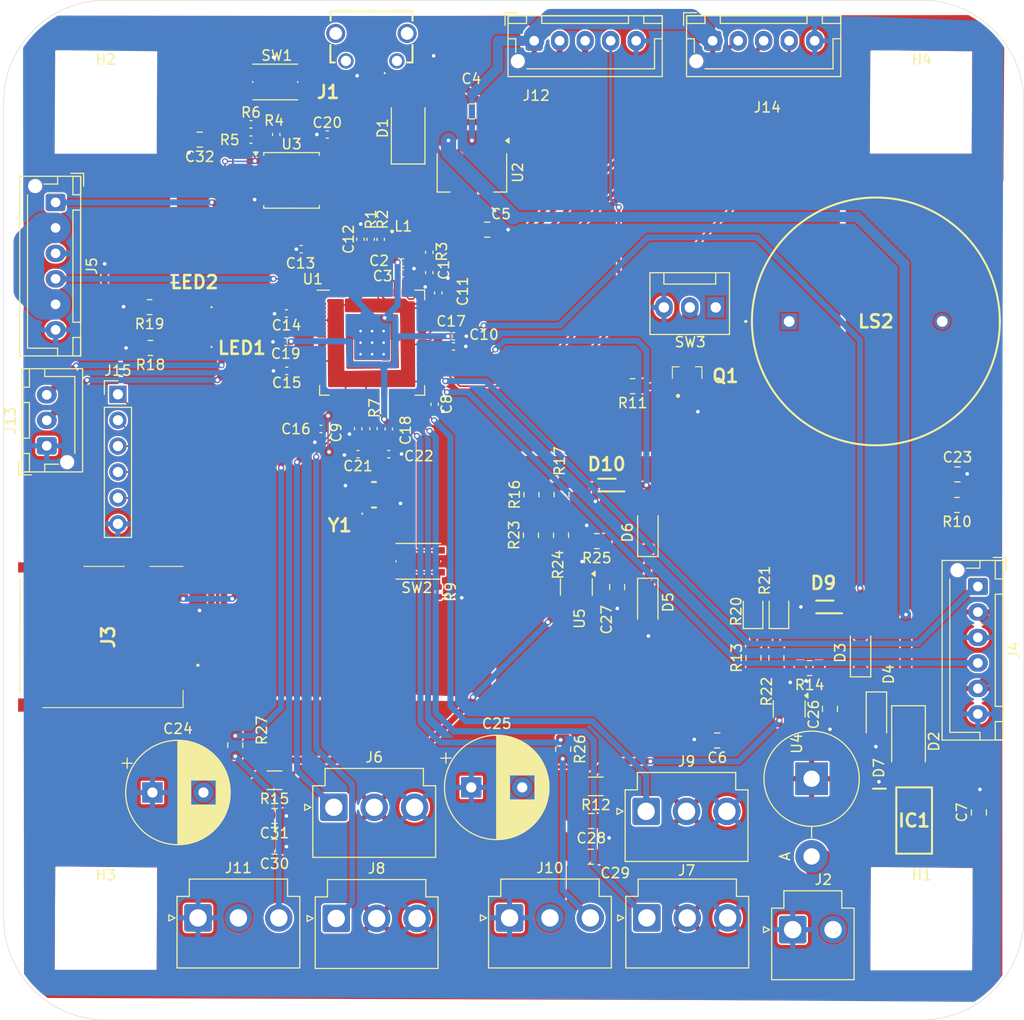
<source format=kicad_pcb>
(kicad_pcb (version 20240108) (generator "pcbnew") (generator_version "8.0")
  (layers (0 "F.Cu" signal) (31 "B.Cu" signal) (34 "B.Paste" user) (35 "F.Paste" user) (36 "B.SilkS" user "B.Silkscreen") (37 "F.SilkS" user "F.Silkscreen") (38 "B.Mask" user) (39 "F.Mask" user) (44 "Edge.Cuts" user))
  (net 0 "")
  (net 1 "GND")
  (net 2 "Net-(U1-VREG_AVDD)")
  (net 3 "+1V1")
  (net 4 "+3V3")
  (net 5 "VBUS")
  (net 6 "+8V")
  (net 7 "+5V")
  (net 8 "/RP2350B/XIN")
  (net 9 "Net-(Y1-CRYSTAL_2)")
  (net 10 "Net-(LS2-+)")
  (net 11 "/LAD_ANP/LAD_LOAD")
  (net 12 "/ELE_ANP/ELE_LOAD")
  (net 13 "Net-(D3-K)")
  (net 14 "Net-(D5-K)")
  (net 15 "Net-(D1-A)")
  (net 16 "/ELE_PIO")
  (net 17 "/LAD_PIO")
  (net 18 "/RP2350B/USB_D+")
  (net 20 "/RP2350B/USB_D-")
  (net 22 "/CS_SD")
  (net 23 "/MOSI_SD")
  (net 25 "/SCK_SD")
  (net 27 "/MISO_SD")
  (net 33 "/R_HAT")
  (net 34 "/R_GEAR")
  (net 35 "/L_GEAR")
  (net 36 "/L_HAT")
  (net 37 "/PWM_SPARE1")
  (net 38 "/PWM_SPARE3")
  (net 39 "/PWM_SPARE2")
  (net 40 "/PWM_SPARE4")
  (net 41 "Net-(J10-Pin_3)")
  (net 42 "Net-(J11-Pin_3)")
  (net 43 "/P_LAD")
  (net 44 "/P_ELE")
  (net 45 "/P_SW")
  (net 46 "/uart_rx")
  (net 47 "/uart_tx")
  (net 48 "/P_ELE_SPARE")
  (net 49 "/P_SW_SPARE")
  (net 50 "/P_LAD_SPARE")
  (net 51 "unconnected-(U1-GPIO11-Pad9)")
  (net 53 "/RP2350B/GPIO15")
  (net 54 "/RP2350B/GPIO17")
  (net 55 "/RP2350B/GPIO14")
  (net 58 "/RP2350B/GPIO16")
  (net 59 "Net-(U1-VREG_LX)")
  (net 60 "/LED1")
  (net 61 "Net-(LED1-K)")
  (net 62 "Net-(LED2-K)")
  (net 63 "/LED2")
  (net 64 "Net-(LS2--)")
  (net 65 "Net-(Q1-C)")
  (net 66 "Net-(Q1-B)")
  (net 67 "Net-(U1-USB_DP)")
  (net 68 "Net-(U1-USB_DM)")
  (net 69 "/RP2350B/GPIO0")
  (net 70 "/RP2350B/QSPI_SS")
  (net 71 "/RP2350B/~{USB_BOOT}")
  (net 72 "/RP2350B/XOUT")
  (net 73 "Net-(U1-RUN)")
  (net 74 "Net-(R9-Pad1)")
  (net 75 "/!buzzer")
  (net 76 "/ELE_ANP/-IN")
  (net 77 "Net-(R13-Pad2)")
  (net 78 "Net-(R16-Pad1)")
  (net 79 "Net-(R17-Pad1)")
  (net 80 "Net-(R21-Pad1)")
  (net 81 "/LAD_ANP/-IN")
  (net 82 "/ELE")
  (net 83 "/LAD")
  (net 87 "/RP2350B/QSPI_SD1")
  (net 98 "/RP2350B/QSPI_SCLK")
  (net 100 "/RP2350B/QSPI_SD0")
  (net 101 "/RP2350B/QSPI_SD2")
  (net 102 "/RP2350B/QSPI_SD3")
  (net 103 "Net-(D7-A)")
  (footprint "Capacitor_SMD:C_0805_2012Metric" (layer "F.Cu") (at 193.5 96.5)
    (property "Reference" "C23")
    (property "Value" "1u")
  )
  (footprint "Resistor_SMD:R_0805_2012Metric" (layer "F.Cu") (at 151.6875 102.4625 90)
    (property "Reference" "R23")
    (property "Value" "51")
  )
  (footprint "Connector_JST:JST_VH_B3P-VH-B_1x03_P3.96mm_Vertical" (layer "F.Cu") (at 149.59 140)
    (property "Reference" "J10")
    (property "Value" "ELE")
  )
  (footprint "SamacSys_Parts:SOD2512X110N" (layer "F.Cu") (at 159.1375 97.55 180)
    (property "Reference" "D10")
    (property "Value" "PESD3V3L1BA" (hide yes))
  )
  (footprint "Resistor_SMD:R_0805_2012Metric" (layer "F.Cu") (at 154.6375 102.4625 90)
    (property "Reference" "R24")
    (property "Value" "27")
  )
  (footprint "Capacitor_SMD:C_0402_1005Metric" (layer "F.Cu") (at 139.100167 76.766666)
    (property "Reference" "C3")
    (property "Value" "4.7u")
  )
  (footprint "Capacitor_SMD:C_0402_1005Metric" (layer "F.Cu") (at 126.720167 63.166666 90)
    (property "Reference" "R4")
    (property "Value" "10k")
  )
  (footprint "Resistor_SMD:R_0805_2012Metric" (layer "F.Cu") (at 175.75 114.5 90)
    (property "Reference" "R22")
    (property "Value" "27")
  )
  (footprint "Capacitor_SMD:C_0402_1005Metric" (layer "F.Cu") (at 144.1 83.95)
    (property "Reference" "C10")
    (property "Value" "100n")
  )
  (footprint "Diode_SMD:D_SOD-123" (layer "F.Cu") (at 185.55 120.2 -90)
    (property "Reference" "D4")
    (property "Value" "D_Zener 3V")
  )
  (footprint "Resistor_SMD:R_0805_2012Metric" (layer "F.Cu") (at 151.7375 98.4825 90)
    (property "Reference" "R16")
    (property "Value" "DNP")
  )
  (footprint "Capacitor_SMD:C_0402_1005Metric" (layer "F.Cu") (at 144.1 82.95)
    (property "Reference" "C17")
    (property "Value" "100n")
  )
  (footprint "Capacitor_SMD:C_0805_2012Metric" (layer "F.Cu") (at 147.4 72.5)
    (property "Reference" "C5")
    (property "Value" "10u")
  )
  (footprint "Capacitor_SMD:C_0805_2012Metric" (layer "F.Cu") (at 157.55 134 180)
    (property "Reference" "C29")
    (property "Value" "100n")
  )
  (footprint "SamacSys_Parts:PKB24SPCH3601B0" (layer "F.Cu") (at 177 81.5)
    (property "Reference" "LS2")
    (property "Value" "PKB24SPCH-3601-B0" (hide yes))
  )
  (footprint "SamacSys_Parts:ABM8272T3" (layer "F.Cu") (at 136.3 98.5)
    (property "Reference" "Y1")
    (property "Value" "ABM8-272-T3" (hide yes))
  )
  (footprint "Capacitor_SMD:C_0805_2012Metric" (layer "F.Cu") (at 126.55 133.01 180)
    (property "Reference" "C30")
    (property "Value" "100n")
  )
  (footprint "SamacSys_Parts:DM3ATSFPEJM540" (layer "F.Cu") (at 116.8625 115.225 -90)
    (property "Reference" "J3")
    (property "Value" "DM3AT-SF-PEJM5_40_" (hide yes))
  )
  (footprint "LED_SMD:LED_0805_2012Metric" (layer "F.Cu") (at 173.46 109.9375 90)
    (property "Reference" "R20")
    (property "Value" "DNP")
  )
  (footprint "Package_TO_SOT_SMD:SOT-23-5" (layer "F.Cu") (at 177 119.5 -90)
    (property "Reference" "U4")
    (property "Value" "LT6106")
  )
  (footprint "Capacitor_SMD:C_0402_1005Metric" (layer "F.Cu") (at 141.720167 74.716666 90)
    (property "Reference" "R3")
    (property "Value" "33")
  )
  (footprint "Capacitor_SMD:C_0402_1005Metric" (layer "F.Cu") (at 131.720167 63.166666)
    (property "Reference" "C20")
    (property "Value" "100n")
  )
  (footprint "SamacSys_Parts:SOD2512X110N" (layer "F.Cu") (at 180.5 109.5 180)
    (property "Reference" "D9")
    (property "Value" "PESD3V3L1BA" (hide yes))
  )
  (footprint "Diode_SMD:D_SMA" (layer "F.Cu") (at 139.65 62.55 90)
    (property "Reference" "D1")
    (property "Value" "D")
  )
  (footprint "Button_Switch_SMD:SW_Push_1P1T_NO_Vertical_Wuerth_434133025816" (layer "F.Cu") (at 140.65 105.025 180)
    (property "Reference" "SW2")
    (property "Value" "SW_Push")
  )
  (footprint "Capacitor_SMD:C_0402_1005Metric" (layer "F.Cu") (at 139.100167 75.716666)
    (property "Reference" "C2")
    (property "Value" "4.7u")
  )
  (footprint "Diode_SMD:D_SOD-123" (layer "F.Cu") (at 163.15 102.2 90)
    (property "Reference" "D6")
    (property "Value" "D_Zener 3V")
  )
  (footprint "Capacitor_SMD:C_0402_1005Metric" (layer "F.Cu") (at 135.970167 73.446666 -90)
    (property "Reference" "R1")
    (property "Value" "27")
  )
  (footprint "Resistor_SMD:R_1206_3216Metric" (layer "F.Cu") (at 126.55 126.5 180)
    (property "Reference" "R15")
    (property "Value" "0.01")
  )
  (footprint "Capacitor_SMD:C_0805_2012Metric" (layer "F.Cu") (at 145.9 60.9 180)
    (property "Reference" "C4")
    (property "Value" "10u")
  )
  (footprint "Capacitor_SMD:C_0805_2012Metric" (layer "F.Cu") (at 195.6 129.65 90)
    (property "Reference" "C7")
    (property "Value" "10u")
  )
  (footprint "Capacitor_SMD:C_0805_2012Metric" (layer "F.Cu") (at 160.1375 107.55 90)
    (property "Reference" "C27")
    (property "Value" "0.1μ")
  )
  (footprint "Connector_JST:JST_XH_B6B-XH-AM_1x06_P2.50mm_Vertical" (layer "F.Cu") (at 195.5 107.5 -90)
    (property "Reference" "J4")
    (property "Value" "R_HAT_GEAR")
  )
  (footprint "Capacitor_SMD:C_0402_1005Metric" (layer "F.Cu") (at 124.240167 62.166666)
    (property "Reference" "R6")
    (property "Value" "1k")
  )
  (footprint "Capacitor_SMD:C_0402_1005Metric" (layer "F.Cu") (at 124.240167 63.666666 180)
    (property "Reference" "R5")
    (property "Value" "0")
  )
  (footprint "Resistor_SMD:R_0805_2012Metric" (layer "F.Cu") (at 154.85 123.45 -90)
    (property "Reference" "R26")
    (property "Value" "100")
  )
  (footprint "Connector_JST:JST_XH_B5B-XH-AM_1x05_P2.50mm_Vertical" (layer "F.Cu") (at 169.5 53.975)
    (property "Reference" "J14")
    (property "Value" "PIROT_SPARE")
  )
  (footprint "Resistor_SMD:R_0805_2012Metric" (layer "F.Cu") (at 173.5 114.5 90)
    (property "Reference" "R13")
    (property "Value" "51")
  )
  (footprint "Capacitor_SMD:C_0402_1005Metric" (layer "F.Cu") (at 137.75 92.05 -90)
    (property "Reference" "C18")
    (property "Value" "4.7u")
  )
  (footprint "Resistor_SMD:R_0805_2012Metric" (layer "F.Cu") (at 154.6875 98.4825 90)
    (property "Reference" "R17")
    (property "Value" "DNP")
  )
  (footprint "Connector_JST:JST_VH_B3P-VH-B_1x03_P3.96mm_Vertical" (layer "F.Cu") (at 119.05 140)
    (property "Reference" "J11")
    (property "Value" "LAD")
  )
  (footprint "MountingHole:MountingHole_3.2mm_M3" (layer "F.Cu") (at 110 60)
    (property "Reference" "H2")
    (property "Value" "MountingHole")
  )
  (footprint "Connector:FanPinHeader_1x03_P2.54mm_Vertical" (layer "F.Cu") (at 169.8 80.125 180)
    (property "Reference" "SW3")
    (property "Value" "SW_SPDT")
  )
  (footprint "Capacitor_SMD:C_0402_1005Metric" (layer "F.Cu") (at 134.75 92.02 -90)
    (property "Reference" "C9")
    (property "Value" "100n")
  )
  (footprint "Capacitor_SMD:C_0402_1005Metric" (layer "F.Cu") (at 134.970167 73.436666 90)
    (property "Reference" "C12")
    (property "Value" "100n")
  )
  (footprint "LED_SMD:LED_0805_2012Metric" (layer "F.Cu") (at 176 109.9375 90)
    (property "Reference" "R21")
    (property "Value" "DNP")
  )
  (footprint "SamacSys_Parts:AP1608SURCK" (layer "F.Cu") (at 118.625 80.1 180)
    (property "Reference" "LED2")
    (property "Value" "AP1608SURCK" (hide yes))
  )
  (footprint "Resistor_SMD:R_0805_2012Metric" (layer "F.Cu") (at 114.3875 84.1 180)
    (property "Reference" "R18")
    (property "Value" "10k")
  )
  (footprint "Capacitor_SMD:C_0402_1005Metric" (layer "F.Cu") (at 127.720167 80.716666 180)
    (property "Reference" "C14")
    (property "Value" "100n")
  )
  (footprint "Connector_JST:JST_VH_B2P-VH-B_1x02_P3.96mm_Vertical" (layer "F.Cu") (at 177.3425 141.15)
    (property "Reference" "J2")
    (property "Value" "Conn_01x02")
  )
  (footprint "MountingHole:MountingHole_3.2mm_M3" (layer "F.Cu") (at 190 60)
    (property "Reference" "H4")
    (property "Value" "MountingHole")
  )
  (footprint "Resistor_SMD:R_0805_2012Metric" (layer "F.Cu") (at 158.1375 103.05 180)
    (property "Reference" "R25")
    (property "Value" "10k")
  )
  (footprint "Capacitor_SMD:C_0402_1005Metric" (layer "F.Cu") (at 136.960167 73.446666 -90)
    (property "Reference" "R2")
    (property "Value" "27")
  )
  (footprint "Connector_JST:JST_VH_B3P-VH-B_1x03_P3.96mm_Vertical" (layer "F.Cu") (at 163.05 140)
    (property "Reference" "J7")
    (property "Value" "PWM_SPARE3")
  )
  (footprint "Capacitor_SMD:C_0402_1005Metric" (layer "F.Cu") (at 129.170167 74.416666 180)
    (property "Reference" "C13")
    (property "Value" "100n")
  )
  (footprint "Connector_JST:JST_XH_B3B-XH-AM_1x03_P2.50mm_Vertical" (layer "F.Cu") (at 104.225 93.7 90)
    (property "Reference" "J13")
    (property "Value" "logger")
  )
  (footprint "Capacitor_SMD:C_0805_2012Metric" (layer "F.Cu") (at 169.95 122.6 180)
    (property "Reference" "C6")
    (property "Value" "10u")
  )
  (footprint "Capacitor_SMD:C_0402_1005Metric" (layer "F.Cu") (at 142.6 78.7 90)
    (property "Reference" "C11")
    (property "Value" "100n")
  )
  (footprint "Diode_SMD:D_SOD-123" (layer "F.Cu") (at 184 114 90)
    (property "Reference" "D3")
    (property "Value" "D_Zener 3V")
  )
  (footprint "Diode_SMD:D_SOD-123" (layer "F.Cu") (at 163.1375 109.05 -90)
    (property "Reference" "D5")
    (property "Value" "D_Zener 3V")
  )
  (footprint "Capacitor_THT:CP_Radial_D10.0mm_P5.00mm" (layer "F.Cu") (at 145.832323 127.2)
    (property "Reference" "C25")
    (property "Value" "16V1800μF")
  )
  (footprint "Capacitor_SMD:C_0402_1005Metric" (layer "F.Cu") (at 136.25 92.02 -90)
    (property "Reference" "R7")
    (property "Value" "1k")
  )
  (footprint "Connector_JST:JST_VH_B3P-VH-B_1x03_P3.96mm_Vertical" (layer "F.Cu") (at 132.6 140.05)
    (property "Reference" "J8")
    (property "Value" "PWM_SPARE2")
  )
  (footprint "Capacitor_THT:CP_Radial_D10.0mm_P5.00mm" (layer "F.Cu") (at 114.582323 127.7)
    (property "Reference" "C24")
    (property "Value" "16V1800μF")
  )
  (footprint "Connector_JST:JST_VH_B3P-VH-B_1x03_P3.96mm_Vertical" (layer "F.Cu") (at 132.3625 129.15)
    (property "Reference" "J6")
    (property "Value" "PWM_SPARE1")
  )
  (footprint "Capacitor_SMD:C_0402_1005Metric" (layer "F.Cu") (at 134.73 94.52 180)
    (property "Reference" "C21")
    (property "Value" "15p")
  )
  (footprint "SamacSys_Parts:2SC3325YLF" (layer "F.Cu") (at 167 87.2)
    (property "Reference" "Q1")
    (property "Value" "2SC3325-Y,LF" (hide yes))
  )
  (footprint "Connector_JST:JST_VH_B3P-VH-B_1x03_P3.96mm_Vertical" (layer "F.Cu") (at 162.98 129.55)
    (property "Reference" "J9")
    (property "Value" "PWM_SPARE4")
  )
  (footprint "Resistor_SMD:R_0805_2012Metric" (layer "F.Cu") (at 161.65 87.85 180)
    (property "Reference" "R11")
    (property "Value" "33k")
  )
  (footprint "Package_TO_SOT_SMD:SOT-223-3_TabPin2" (layer "F.Cu") (at 145.9 66.9 -90)
    (property "Reference" "U2")
    (property "Value" "NCP1117-3.3_SOT223")
  )
  (footprint "Resistor_SMD:R_0805_2012Metric" (layer "F.Cu") (at 122.7 123.05 90)
    (property "Reference" "R27")
    (property "Value" "100")
  )
  (footprint "SamacSys_Parts:SOT230P700X180-4N" (layer "F.Cu") (at 189.25 130.45)
    (property "Reference" "IC1")
    (property "Value" "NCP1117ST50T3G" (hide yes))
  )
  (footprint "MountingHole:MountingHole_3.2mm_M3" (layer "F.Cu") (at 110 140)
    (property "Reference" "H3")
    (property "Value" "MountingHole")
  )
  (footprint "Capacitor_SMD:C_0402_1005Metric" (layer "F.Cu") (at 142.25 89.62 -90)
    (property "Reference" "C8")
    (property "Value" "100n")
  )
  (footprint "Diode_SMD:D_SMA" (layer "F.Cu") (at 188.7 122.7 -90)
    (property "Reference" "D2")
    (property "Value" "D")
  )
  (footprint "Capacitor_SMD:C_0402_1005Metric" (layer "F.Cu") (at 142.65 108.025 -90)
    (property "Reference" "R9")
    (property "Value" "1k")
  )
  (footprint "Connector_PinHeader_2.54mm:PinHeader_1x06_P2.54mm_Vertical" (layer "F.Cu") (at 111.2 88.65)
    (property "Reference" "J15")
    (property "Value" "Conn_01x06")
  )
  (footprint "Package_SO:SOIC-8_5.23x5.23mm_P1.27mm" (layer "F.Cu") (at 128.220167 67.666666)
    (property "Reference" "U3")
    (property "Value" "W25Q128JVS")
  )
  (footprint "Capacitor_SMD:C_0402_1005Metric" (layer "F.Cu") (at 127.75 86.35 180)
    (property "Reference" "C15")
    (property "Value" "100n")
  )
  (footprint "Package_TO_SOT_SMD:SOT-23-5" (layer "F.Cu") (at 156.1375 107.55 -90)
    (property "Reference" "U5")
    (property "Value" "LT6106")
  )
  (footprint "Capacitor_SMD:C_0805_2012Metric" (layer "F.Cu") (at 119.220167 63.666666 180)
    (property "Reference" "C32")
    (property "Value" "10u")
  )
  (footprint "Resistor_SMD:R_1206_3216Metric" (layer "F.Cu") (at 158.05 127.1 180)
    (property "Reference" "R12")
    (property "Value" "0.01")
  )
  (footprint "Resistor_SMD:R_0805_2012Metric" (layer "F.Cu") (at 193.45 99.5 180)
    (property "Reference" "R10")
    (property "Value" "220")
  )
  (footprint "Connector_JST:JST_XH_B5B-XH-AM_1x05_P2.50mm_Vertical" (layer "F.Cu") (at 152 53.975)
    (property "Reference" "J12")
    (property "Value" "PIROT")
  )
  (footprint "SamacSys_Parts:101181940001LF" (layer "F.Cu") (at 136.05 53.6 180)
    (property "Reference" "J1")
    (property "Value" "USB_B_Micro" (hide yes))
  )
  (footprint "Capacitor_SMD:C_0402_1005Metric" (layer "F.Cu") (at 127.65 83.5 180)
    (property "Reference" "C19")
    (property "Value" "100n")
  )
  (footprint "Resistor_SMD:R_0805_2012Metric" (layer "F.Cu") (at 114.3 80.1 180)
    (property "Reference" "R19")
    (property "Value" "10k")
  )
  (footprint "Capacitor_SMD:C_0402_1005Metric" (layer "F.Cu") (at 137.75 94.52)
    (property "Reference" "C22")
    (property "Value" "15p")
  )
  (footprint "Capacitor_SMD:C_0805_2012Metric" (layer "F.Cu") (at 181 119.5 90)
    (property "Reference" "C26")
    (property "Value" "0.1μ")
  )
  (footprint "Capacitor_SMD:C_0805_2012Metric" (layer "F.Cu") (at 126.55 130 180)
    (property "Reference" "C31")
    (property "Value" "100n")
  )
  (footprint "Connector_JST:JST_XH_B6B-XH-AM_1x06_P2.50mm_Vertical" (layer "F.Cu") (at 105.0875 69.825 -90)
    (property "Reference" "J5")
    (property "Value" "L_HAT_GEAR")
  )
  (footprint "RP2350_80QFN_minimal:L_pol_2016" (layer "F.Cu") (at 138.970167 73.966666)
    (property "Reference" "L1")
    (property "Value" "3.3u")
  )
  (footprint "MountingHole:MountingHole_3.2mm_M3" (layer "F.Cu") (at 190 140)
    (property "Reference" "H1")
    (property "Value" "MountingHole")
  )
  (footprint "Diode_THT:D_P600_R-6_P7.62mm_Vertical_AnodeUp" (layer "F.Cu") (at 179.2 126.35 -90)
    (property "Reference" "D7")
    (property "Value" "D")
  )
  (footprint "Capacitor_SMD:C_0402_1005Metric" (layer "F.Cu") (at 141.720167 76.716666 -90)
    (property "Reference" "C1")
    (property "Value" "4.7u")
  )
  (footprint "Button_Switch_SMD:SW_Push_1P1T_NO_Vertical_Wuerth_434133025816" (layer "F.Cu") (at 126.620167 58.016666)
    (property "Reference" "SW1")
    (property "Value" "SW_Push")
  )
  (footprint "Resistor_SMD:R_0805_2012Metric" (layer "F.Cu") (at 179 115.5 180)
    (property "Reference" "R14")
    (property "Value" "10k")
  )
  (footprint "RP2350_80QFN_minimal:RP2350-QFN-80-1EP_10x10_P0.4mm_EP3.4x3.4mm_ThermalVias" (layer "F.Cu") (at 136.116667 83.583333)
    (property "Reference" "U1")
    (property "Value" "RP2350_80QFN")
  )
  (footprint "Capacitor_SMD:C_0805_2012Metric" (layer "F.Cu") (at 157.6 130.5 180)
    (property "Reference" "C28")
    (property "Value" "100n")
  )
  (footprint "Capacitor_SMD:C_0402_1005Metric" (layer "F.Cu") (at 131.1 92.05 180)
    (property "Reference" "C16")
    (property "Value" "100n")
  )
  (footprint "SamacSys_Parts:AP1608SURCK" (layer "F.Cu") (at 118.625 84 180)
    (property "Reference" "LED1")
    (property "Value" "AP1608SURCK" (hide yes))
  )
  (gr_arc (start 190 50) (mid 197.071068 52.928932) (end 200 60) (stroke (width 0.05)) (layer "Edge.Cuts"))
  (gr_arc (start 110 150) (mid 102.928931 147.071068) (end 100 140) (stroke (width 0.05)) (layer "Edge.Cuts"))
  (gr_line (start 200 60) (end 200 140) (stroke (width 0.05)) (layer "Edge.Cuts"))
  (gr_line (start 190 50) (end 110 50) (stroke (width 0.05)) (layer "Edge.Cuts"))
  (gr_line (start 100 60) (end 100 140) (stroke (width 0.05)) (layer "Edge.Cuts"))
  (gr_arc (start 100 60) (mid 102.928932 52.928932) (end 110 50) (stroke (width 0.05)) (layer "Edge.Cuts"))
  (gr_arc (start 200 140) (mid 197.071068 147.071068) (end 190 150) (stroke (width 0.05)) (layer "Edge.Cuts"))
  (gr_line (start 110 150) (end 190 150) (stroke (width 0.05)) (layer "Edge.Cuts"))
  (segment (start 126.583334 80.716666) (end 126.55 80.75) (width 0.15) (layer "F.Cu") (net 1))
  (segment (start 138.98 94.52) (end 139 94.5) (width 0.15) (layer "F.Cu") (net 1))
  (segment (start 134.75 92.5) (end 133.95 92.5) (width 0.15) (layer "F.Cu") (net 1))
  (segment (start 126.5 55.65) (end 126.45 55.6) (width 0.6) (layer "F.Cu") (net 1))
  (segment (start 127.240167 80.716666) (end 126.583334 80.716666) (width 0.15) (layer "F.Cu") (net 1))
  (segment (start 126.5 56.941666) (end 124.545167 56.941666) (width 0.6) (layer "F.Cu") (net 1))
  (segment (start 139.580167 75.716666) (end 139.580167 76.266666) (width 0.15) (layer "F.Cu") (net 1))
  (segment (start 141.720167 77.716666) (end 141.320167 78.116666) (width 0.15) (layer "F.Cu") (net 1))
  (segment (start 177 117) (end 177.1 116.9) (width 0.6) (layer "F.Cu") (net 1))
  (segment (start 113.3875 80.1) (end 111.8 80.1) (width 0.15) (layer "F.Cu") (net 1))
  (segment (start 157.9875 99.1375) (end 158 99.15) (width 0.6) (layer "F.Cu") (net 1))
  (segment (start 185.55 121.85) (end 185.55 123.15) (width 0.4) (layer "F.Cu") (net 1))
  (segment (start 149.55 72.4) (end 149.45 72.5) (width 0.15) (layer "F.Cu") (net 1))
  (segment (start 127.27 86.35) (end 126.45 86.35) (width 0.15) (layer "F.Cu") (net 1))
  (segment (start 133.48 94.52) (end 133.4 94.6) (width 0.15) (layer "F.Cu") (net 1))
  (segment (start 134.970167 71.979833) (end 135 71.95) (width 0.15) (layer "F.Cu") (net 1))
  (segment (start 128.695167 56.941666) (end 126.5 56.941666) (width 0.6) (layer "F.Cu") (net 1))
  (segment (start 139.580167 75.716666) (end 139.620167 75.716666) (width 0.15) (layer "F.Cu") (net 1))
  (segment (start 127.5 133.01) (end 127.72 133.01) (width 0.6) (layer "F.Cu") (net 1))
  (segment (start 124.620167 69.571666) (end 124.620167 69.570167) (width 0.15) (layer "F.Cu") (net 1))
  (segment (start 137.75 93.35) (end 138.23 93.83) (width 0.6) (layer "F.Cu") (net 1))
  (segment (start 118.270167 64.829833) (end 118.15 64.95) (width 0.15) (layer "F.Cu") (net 1))
  (segment (start 130.7 63.166666) (end 131.240167 63.166666) (width 0.6) (layer "F.Cu") (net 1))
  (segment (start 130.62 93.23) (end 130.5 93.35) (width 0.15) (layer "F.Cu") (net 1))
  (segment (start 178.0875 115.5) (end 178.0875 115.9125) (width 0.6) (layer "F.Cu") (net 1))
  (segment (start 144.58 83.95) (end 145.3 83.95) (width 0.15) (layer "F.Cu") (net 1))
  (segment (start 112 84.1) (end 113.475 84.1) (width 0.15) (layer "F.Cu") (net 1))
  (segment (start 138.23 93.83) (end 138.23 94.52) (width 0.6) (layer "F.Cu") (net 1))
  (segment (start 142.6 78.22) (end 142.6 78.2) (width 0.15) (layer "F.Cu") (net 1))
  (segment (start 139.580167 76.266666) (end 139.580167 76.766666) (width 0.15) (layer "F.Cu") (net 1))
  (segment (start 158.55 132.15) (end 159.35 132.15) (width 0.6) (layer "F.Cu") (net 1))
  (segment (start 118.270167 63.666666) (end 118.270167 64.829833) (width 0.15) (layer "F.Cu") (net 1))
  (segment (start 124.620167 69.570167) (end 124.6 69.55) (width 0.15) (layer "F.Cu") (net 1))
  (segment (start 158.55 133.95) (end 158.5 134) (width 0.6) (layer "F.Cu") (net 1))
  (segment (start 167.8 122.6) (end 167.7 122.5) (width 0.15) (layer "F.Cu") (net 1))
  (segment (start 137.75 92.5) (end 137.75 93.35) (width 0.6) (layer "F.Cu") (net 1))
  (segment (start 146.85 60.9) (end 146.85 60.15) (width 0.6) (layer "F.Cu") (net 1))
  (segment (start 140.135 79.301833) (end 141.320167 78.116666) (width 0.15) (layer "F.Cu") (net 1))
  (segment (start 139.580167 76.766666) (end 139.770167 76.766666) (width 0.15) (layer "F.Cu") (net 1))
  (segment (start 178.0875 115.5) (end 178.0875 116.1875) (width 0.15) (layer "F.Cu") (net 1))
  (segment (start 157.9875 97.55) (end 157.9875 99.1375) (width 0.6) (layer "F.Cu") (net 1))
  (segment (start 111.8 80.1) (end 111.75 80.05) (width 0.15) (layer "F.Cu") (net 1))
  (segment (start 142.15 55.45) (end 146.85 60.15) (width 0.6) (layer "F.Cu") (net 1))
  (segment (start 133.525 97.625) (end 133.5 97.6) (width 0.15) (layer "F.Cu") (net 1))
  (segment (start 127.17 83.5) (end 126.4 83.5) (width 0.15) (layer "F.Cu") (net 1))
  (segment (start 169 122.6) (end 167.8 122.6) (width 0.15) (layer "F.Cu") (net 1))
  (segment (start 195.6 127.5) (end 195.7 127.4) (width 0.6) (layer "F.Cu") (net 1))
  (segment (start 137.45 99.375) (end 138.875 99.375) (width 0.15) (layer "F.Cu") (net 1))
  (segment (start 119.125 109.775) (end 119.2 109.85) (width 0.15) (layer "F.Cu") (net 1))
  (segment (start 142.6 78.2) (end 143.55 77.25) (width 0.15) (layer "F.Cu") (net 1))
  (segment (start 194.45 96.5) (end 194.45 96.45) (width 0.15) (layer "F.Cu") (net 1))
  (segment (start 144.805 108.505) (end 144.9 108.6) (width 0.15) (layer "F.Cu") (net 1))
  (segment (start 185.85 126.7) (end 185.8 126.65) (width 0.6) (layer "F.Cu") (net 1))
  (segment (start 167.95 87.9) (end 167.95 90.25) (width 2) (layer "F.Cu") (net 1))
  (segment (start 177 118.3625) (end 177 117) (width 0.6) (layer "F.Cu") (net 1))
  (segment (start 142.65 108.505) (end 144.805 108.505) (width 0.15) (layer "F.Cu") (net 1))
  (segment (start 157.225 103.05) (end 157.225 101.575) (width 0.6) (layer "F.Cu") (net 1))
  (segment (start 139.516667 79.076832) (end 139.741668 79.301833) (width 0.15) (layer "F.Cu") (net 1))
  (segment (start 126.5 56.941666) (end 126.5 55.65) (width 0.6) (layer "F.Cu") (net 1))
  (segment (start 179.35 109.5) (end 178.15 109.5) (width 0.15) (layer "F.Cu") (net 1))
  (segment (start 156.1375 105.6125) (end 156.7 105.05) (width 0.6) (layer "F.Cu") (net 1))
  (segment (start 139.741668 79.301833) (end 140.135 79.301833) (width 0.15) (layer "F.Cu") (net 1))
  (segment (start 127.5 130) (end 127.5 133.01) (width 0.6) (layer "F.Cu") (net 1))
  (segment (start 167.95 90.25) (end 168.05 90.35) (width 0.6) (layer "F.Cu") (net 1))
  (segment (start 160.1375 109.6375) (end 160.15 109.65) (width 0.6) (layer "F.Cu") (net 1))
  (segment (start 111.9 80.05) (end 111.75 80.05) (width 0.6) (layer "F.Cu") (net 1))
  (segment (start 130.62 92.05) (end 130.62 93.23) (width 0.15) (layer "F.Cu") (net 1))
  (segment (start 146.85 62.4) (end 148.2 63.75) (width 0.6) (layer "F.Cu") (net 1))
  (segment (start 134.970167 72.956666) (end 134.970167 71.979833) (width 0.15) (layer "F.Cu") (net 1))
  (segment (start 163.1375 112.2875) (end 163.2 112.35) (width 0.6) (layer "F.Cu") (net 1))
  (segment (start 144.58 82.95) (end 145.35 82.95) (width 0.15) (layer "F.Cu") (net 1))
  (segment (start 138.875 99.375) (end 138.9 99.35) (width 0.15) (layer "F.Cu") (net 1))
  (segment (start 127.5 130) (end 127.72 130) (width 0.6) (layer "F.Cu") (net 1))
  (segment (start 138.23 94.52) (end 138.98 94.52) (width 0.15) (layer "F.Cu") (net 1))
  (segment (start 139.620167 75.716666) (end 140.220167 76.316666) (width 0.15) (layer "F.Cu") (net 1))
  (segment (start 195.6 128.7) (end 195.6 127.5) (width 0.6) (layer "F.Cu") (net 1))
  (segment (start 185.55 123.15) (end 185.5 123.2) (width 0.4) (layer "F.Cu") (net 1))
  (segment (start 163.1375 110.7) (end 163.1375 112.2875) (width 0.6) (layer "F.Cu") (net 1))
  (segment (start 158.55 132.15) (end 158.55 133.95) (width 0.6) (layer "F.Cu") (net 1))
  (segment (start 178.0875 115.9125) (end 177.1 116.9) (width 0.6) (layer "F.Cu") (net 1))
  (segment (start 142.25 90.1) (end 142.822238 90.1) (width 0.15) (layer "F.Cu") (net 1))
  (segment (start 141.720167 77.196666) (end 141.720167 77.716666) (width 0.15) (layer "F.Cu") (net 1))
  (segment (start 148.35 72.5) (end 149.45 72.5) (width 0.15) (layer "F.Cu") (net 1))
  (segment (start 109.9 75.85) (end 109.9 78.05) (width 0.6) (layer "F.Cu") (net 1))
  (segment (start 139.580167 76.266666) (end 140.170167 76.266666) (width 0.15) (layer "F.Cu") (net 1))
  (segment (start 134.75 55.95) (end 134.75 57.3) (width 0.4) (layer "F.Cu") (net 1))
  (segment (start 133.95 92.5) (end 133.9 92.55) (width 0.15) (layer "F.Cu") (net 1))
  (segment (start 156.1375 106.4125) (end 156.1375 105.6125) (width 0.6) (layer "F.Cu") (net 1))
  (segment (start 181 120.45) (end 181 121.5) (width 0.6) (layer "F.Cu") (net 1))
  (segment (start 142.822238 90.1) (end 143.047985 90.325747) (width 0.15) (layer "F.Cu") (net 1))
  (segment (start 109.9 78.05) (end 111.9 80.05) (width 0.6) (layer "F.Cu") (net 1))
  (segment (start 140.170167 76.266666) (end 140.220167 76.316666) (width 0.15) (layer "F.Cu") (net 1))
  (segment (start 139.516667 78.686833) (end 139.516667 79.076832) (width 0.15) (layer "F.Cu") (net 1))
  (segment (start 135.15 97.625) (end 133.525 97.625) (width 0.15) (layer "F.Cu") (net 1))
  (segment (start 158.55 130.5) (end 158.55 132.15) (width 0.6) (layer "F.Cu") (net 1))
  (segment (start 178.0875 116.1875) (end 178.65 116.75) (width 0.4) (layer "F.Cu") (net 1))
  (segment (start 117.9125 109.775) (end 119.125 109.775) (width 0.15) (layer "F.Cu") (net 1))
  (segment (start 134.25 94.52) (end 133.48 94.52) (width 0.15) (layer "F.Cu") (net 1))
  (segment (start 134.75 57.3) (end 134.65 57.4) (width 0.4) (layer "F.Cu") (net 1))
  (segment (start 146.85 60.9) (end 146.85 62.4) (width 0.6) (layer "F.Cu") (net 1))
  (segment (start 157.225 101.575) (end 157.15 101.5) (width 0.6) (layer "F.Cu") (net 1))
  (segment (start 185.85 128.15) (end 185.85 126.7) (width 0.6) (layer "F.Cu") (net 1))
  (segment (start 160.1375 108.5) (end 160.1375 109.6375) (width 0.6) (layer "F.Cu") (net 1))
  (segment (start 139.770167 76.766666) (end 140.220167 76.316666) (width 0.15) (layer "F.Cu") (net 1))
  (via (at 178.15 109.5) (size 0.6) (drill 0.35) (layers "F.Cu" "B.Cu") (net 1))
  (via (at 126.55 80.75) (size 0.6) (drill 0.35) (layers "F.Cu" "B.Cu") (net 1))
  (via (at 167.7 122.5) (size 0.6) (drill 0.35) (layers "F.Cu" "B.Cu") (net 1))
  (via (at 119.2 109.85) (size 0.6) (drill 0.35) (layers "F.Cu" "B.Cu") (net 1))
  (via (at 124.6 69.55) (size 0.6) (drill 0.35) (layers "F.Cu" "B.Cu") (net 1))
  (via (at 185.5 123.2) (size 0.6) (drill 0.35) (layers "F.Cu" "B.Cu") (net 1))
  (via (at 109.9 75.85) (size 0.6) (drill 0.35) (layers "F.Cu" "B.Cu") (net 1))
  (via (at 133.9 92.55) (size 0.6) (drill 0.35) (layers "F.Cu" "B.Cu") (net 1))
  (via (at 112 84.1) (size 0.6) (drill 0.35) (layers "F.Cu" "B.Cu") (net 1))
  (via (at 118.15 64.95) (size 0.6) (drill 0.35) (layers "F.Cu" "B.Cu") (net 1))
  (via (at 143.55 77.25) (size 0.6) (drill 0.35) (layers "F.Cu" "B.Cu") (net 1))
  (via (at 145.35 82.95) (size 0.6) (drill 0.35) (layers "F.Cu" "B.Cu") (net 1))
  (via (at 163.2 112.35) (size 0.6) (drill 0.35) (layers "F.Cu" "B.Cu") (net 1))
  (via (at 126.4 83.5) (size 0.6) (drill 0.35) (layers "F.Cu" "B.Cu") (net 1))
  (via (at 149.45 72.5) (size 0.6) (drill 0.35) (layers "F.Cu" "B.Cu") (net 1))
  (via (at 181 121.5) (size 0.6) (drill 0.35) (layers "F.Cu" "B.Cu") (net 1))
  (via (at 158 99.15) (size 0.6) (drill 0.35) (layers "F.Cu" "B.Cu") (net 1))
  (via (at 126.45 55.6) (size 0.6) (drill 0.35) (layers "F.Cu" "B.Cu") (net 1))
  (via (at 159.35 132.15) (size 0.6) (drill 0.35) (layers "F.Cu" "B.Cu") (net 1))
  (via (at 126.45 86.35) (size 0.6) (drill 0.35) (layers "F.Cu" "B.Cu") (net 1))
  (via (at 195.7 127.4) (size 0.6) (drill 0.35) (layers "F.Cu" "B.Cu") (net 1))
  (via (at 134.65 57.4) (size 0.6) (drill 0.35) (layers "F.Cu" "B.Cu") (net 1))
  (via (at 160.15 109.65) (size 0.6) (drill 0.35) (layers "F.Cu" "B.Cu") (net 1))
  (via (at 177.1 116.9) (size 0.6) (drill 0.35) (layers "F.Cu" "B.Cu") (net 1))
  (via (at 127.72 133.01) (size 0.6) (drill 0.35) (layers "F.Cu" "B.Cu") (net 1))
  (via (at 145.3 83.95) (size 0.6) (drill 0.35) (layers "F.Cu" "B.Cu") (net 1))
  (via (at 141.320167 78.116666) (size 0.6) (drill 0.35) (layers "F.Cu" "B.Cu") (net 1))
  (via (at 128.690167 74.416666) (size 0.6) (drill 0.35) (layers "F.Cu" "B.Cu") (net 1))
  (via (at 194.45 96.45) (size 0.6) (drill 0.35) (layers "F.Cu" "B.Cu") (net 1))
  (via (at 138.9 99.35) (size 0.6) (drill 0.35) (layers "F.Cu" "B.Cu") (net 1))
  (via (at 143.047985 90.325747) (size 0.6) (drill 0.35) (layers "F.Cu" "B.Cu") (net 1))
  (via (at 140.220167 76.316666) (size 0.6) (drill 0.35) (layers "F.Cu" "B.Cu") (net 1))
  (via (at 130.7 63.166666) (size 0.6) (drill 0.35) (layers "F.Cu" "B.Cu") (net 1))
  (via (at 133.4 94.6) (size 0.6) (drill 0.35) (layers "F.Cu" "B.Cu") (net 1))
  (via (at 142.15 55.45) (size 0.6) (drill 0.35) (layers "F.Cu" "B.Cu") (net 1))
  (via (at 139 94.5) (size 0.6) (drill 0.35) (layers "F.Cu" "B.Cu") (net 1))
  (via (at 178.65 116.75) (size 0.6) (drill 0.35) (layers "F.Cu" "B.Cu") (net 1))
  (via (at 135 71.95) (size 0.6) (drill 0.35) (layers "F.Cu" "B.Cu") (net 1))
  (via (at 127.72 130) (size 0.6) (drill 0.35) (layers "F.Cu" "B.Cu") (net 1))
  (via (at 144.9 108.6) (size 0.6) (drill 0.35) (layers "F.Cu" "B.Cu") (net 1))
  (via (at 156.7 105.05) (size 0.6) (drill 0.35) (layers "F.Cu" "B.Cu") (net 1))
  (via (at 168.05 90.35) (size 0.6) (drill 0.35) (layers "F.Cu" "B.Cu") (net 1))
  (via (at 111.75 80.05) (size 0.6) (drill 0.35) (layers "F.Cu" "B.Cu") (net 1))
  (via (at 157.15 101.5) (size 0.6) (drill 0.35) (layers "F.Cu" "B.Cu") (net 1))
  (via (at 133.5 97.6) (size 0.6) (drill 0.35) (layers "F.Cu" "B.Cu") (net 1))
  (via (at 185.8 126.65) (size 0.6) (drill 0.35) (layers "F.Cu" "B.Cu") (net 1))
  (via (at 130.5 93.35) (size 0.6) (drill 0.35) (layers "F.Cu" "B.Cu") (net 1))
  (segment (start 107.8 75.3) (end 109.35 75.3) (width 0.6) (layer "B.Cu") (net 1))
  (segment (start 126.45 55.6) (end 126.5 55.55) (width 0.6) (layer "B.Cu") (net 1))
  (segment (start 109.35 75.3) (end 109.9 75.85) (width 0.6) (layer "B.Cu") (net 1))
  (segment (start 194.45 96.45) (end 194.6 96.45) (width 0.15) (layer "B.Cu") (net 1))
  (segment (start 143.2 90.173732) (end 143.2 90) (width 0.15) (layer "B.Cu") (net 1))
  (segment (start 105.0875 74.825) (end 107.325 74.825) (width 0.6) (layer "B.Cu") (net 1))
  (segment (start 107.325 74.825) (end 107.8 75.3) (width 0.6) (layer "B.Cu") (net 1))
  (segment (start 137.25 82.45) (end 137.25 82.11066) (width 0.6) (layer "B.Cu") (net 1))
  (segment (start 143.047985 90.325747) (end 143.2 90.173732) (width 0.15) (layer "B.Cu") (net 1))
  (segment (start 137.25 82.11066) (end 129.556006 74.416666) (width 0.6) (layer "B.Cu") (net 1))
  (segment (start 129.556006 74.416666) (end 128.690167 74.416666) (width 0.6) (layer "B.Cu") (net 1))
  (segment (start 133.5 97.6) (end 133.85 97.6) (width 0.15) (layer "B.Cu") (net 1))
  (segment (start 139.916667 78.686833) (end 141.120167 77.483333) (width 0.15) (layer "F.Cu") (net 2))
  (segment (start 141.120167 77.483333) (end 141.120167 76.836666) (width 0.15) (layer "F.Cu") (net 2))
  (segment (start 141.120167 76.836666) (end 141.720167 76.236666) (width 0.15) (layer "F.Cu") (net 2))
  (segment (start 141.720167 76.236666) (end 141.720167 75.196666) (width 0.15) (layer "F.Cu") (net 2))
  (segment (start 141.013167 83.383333) (end 141.766667 83.383333) (width 0.15) (layer "F.Cu") (net 3))
  (segment (start 138.270167 73.966666) (end 138.270167 75.366666) (width 0.6) (layer "F.Cu") (net 3))
  (segment (start 138.070167 77.366666) (end 138.316667 77.613166) (width 0.15) (layer "F.Cu") (net 3))
  (segment (start 136.716667 90.506667) (end 137.305 91.095) (width 0.15) (layer "F.Cu") (net 3))
  (segment (start 138.620167 75.716666) (end 138.070167 75.716666) (width 0.15) (layer "F.Cu") (net 3))
  (segment (start 137.75 91.54) (end 137.305 91.095) (width 0.6) (layer "F.Cu") (net 3))
  (segment (start 128.13 83.5) (end 128.13 83.491833) (width 0.6) (layer "F.Cu") (net 3))
  (segment (start 141.766667 83.383333) (end 142.2 82.95) (width 0.15) (layer "F.Cu") (net 3))
  (segment (start 138.070167 75.716666) (end 138.070167 77.366666) (width 0.15) (layer "F.Cu") (net 3))
  (segment (start 138.316667 77.613166) (end 138.316667 78.686833) (width 0.15) (layer "F.Cu") (net 3))
  (segment (start 138.270167 75.366666) (end 138.620167 75.716666) (width 0.6) (layer "F.Cu") (net 3))
  (segment (start 128.13 83.491833) (end 128.180167 83.441666) (width 0.6) (layer "F.Cu") (net 3))
  (segment (start 142.2 82.95) (end 143.55 82.95) (width 0.15) (layer "F.Cu") (net 3))
  (segment (start 128.2385 83.383333) (end 128.180167 83.441666) (width 0.15) (layer "F.Cu") (net 3))
  (segment (start 136.716667 88.479833) (end 136.716667 90.506667) (width 0.15) (layer "F.Cu") (net 3))
  (segment (start 131.220167 83.383333) (end 128.2385 83.383333) (width 0.15) (layer "F.Cu") (net 3))
  (via (at 128.180167 83.441666) (size 0.6) (drill 0.35) (layers "F.Cu" "B.Cu") (net 3))
  (via (at 137.35 81.15) (size 0.6) (drill 0.35) (layers "F.Cu" "B.Cu") (net 3))
  (via (at 137.305 91.095) (size 0.6) (drill 0.35) (layers "F.Cu" "B.Cu") (net 3))
  (via (at 143.55 82.95) (size 0.6) (drill 0.35) (layers "F.Cu" "B.Cu") (net 3))
  (via (at 138.620167 75.716666) (size 0.6) (drill 0.35) (layers "F.Cu" "B.Cu") (net 3))
  (segment (start 133.891666 83.441666) (end 133.9 83.45) (width 0.6) (layer "B.Cu") (net 3))
  (segment (start 137.4 81.2) (end 137.35 81.15) (width 0.6) (layer "B.Cu") (net 3))
  (segment (start 137.305 86.155) (end 136.95 85.8) (width 0.6) (layer "B.Cu") (net 3))
  (segment (start 143.55 82.95) (end 138.85 82.95) (width 0.6) (layer "B.Cu") (net 3))
  (segment (start 138.35 85.75) (end 138.35 83.45) (width 0.6) (layer "B.Cu") (net 3))
  (segment (start 138.45 83.35) (end 138.4 83.3) (width 0.6) (layer "B.Cu") (net 3))
  (segment (start 138.4 81.2) (end 137.4 81.2) (width 0.6) (layer "B.Cu") (net 3))
  (segment (start 138.3 85.8) (end 138.35 85.75) (width 0.6) (layer "B.Cu") (net 3))
  (segment (start 137.305 91.095) (end 137.305 86.155) (width 0.6) (layer "B.Cu") (net 3))
  (segment (start 136.85 85.7) (end 136.95 85.8) (width 0.6) (layer "B.Cu") (net 3))
  (segment (start 137.35 81.15) (end 138.42675 80.07325) (width 0.6) (layer "B.Cu") (net 3))
  (segment (start 138.620167 79.879833) (end 137.35 81.15) (width 0.6) (layer "B.Cu") (net 3))
  (segment (start 138.620167 75.716666) (end 138.620167 79.879833) (width 0.6) (layer "B.Cu") (net 3))
  (segment (start 138.4 83.3) (end 138.4 81.2) (width 0.6) (layer "B.Cu") (net 3))
  (segment (start 138.85 82.95) (end 138.45 83.35) (width 0.6) (layer "B.Cu") (net 3))
  (segment (start 136.95 85.8) (end 138.3 85.8) (width 0.6) (layer "B.Cu") (net 3))
  (segment (start 133.9 83.45) (end 133.9 85.7) (width 0.6) (layer "B.Cu") (net 3))
  (segment (start 133.9 85.7) (end 136.85 85.7) (width 0.6) (layer "B.Cu") (net 3))
  (segment (start 138.35 83.45) (end 138.45 83.35) (width 0.6) (layer "B.Cu") (net 3))
  (segment (start 128.180167 83.441666) (end 133.891666 83.441666) (width 0.6) (layer "B.Cu") (net 3))
  (segment (start 141.013167 83.783333) (end 143.453333 83.783333) (width 0.15) (layer "F.Cu") (net 4))
  (segment (start 129.316667 85.383333) (end 128.483334 86.216666) (width 0.15) (layer "F.Cu") (net 4))
  (segment (start 141.013167 80.183333) (end 141.6035 80.183333) (width 0.15) (layer "F.Cu") (net 4))
  (segment (start 136.7 79.7) (end 136.783333 79.783333) (width 0.15) (layer "F.Cu") (net 4))
  (segment (start 133.5 87.45) (end 133.45 87.5) (width 0.15) (layer "F.Cu") (net 4))
  (segment (start 131.220167 81.383333) (end 132.683333 81.383333) (width 0.15) (layer "F.Cu") (net 4))
  (segment (start 141.6035 80.183333) (end 141.6035 80.1765) (width 0.15) (layer "F.Cu") (net 4))
  (segment (start 143.62 83.95) (end 144.27 84.6) (width 0.15) (layer "F.Cu") (net 4))
  (segment (start 141.013167 80.183333) (end 139.816667 80.183333) (width 0.15) (layer "F.Cu") (net 4))
  (segment (start 133.516667 87.566667) (end 133.516667 88.479833) (width 0.15) (layer "F.Cu") (net 4))
  (segment (start 115.25104 97.25) (end 116.4 98.39896) (width 0.6) (layer "F.Cu") (net 4))
  (segment (start 136.716667 78.686833) (end 136.716667 79.683333) (width 0.15) (layer "F.Cu") (net 4))
  (segment (start 138.620167 76.766666) (end 138.716667 76.863166) (width 0.15) (layer "F.Cu") (net 4))
  (segment (start 133.45 87.5) (end 133.516667 87.566667) (width 0.15) (layer "F.Cu") (net 4))
  (segment (start 114.65 97.25) (end 113.09 98.81) (width 0.15) (layer "F.Cu") (net 4))
  (segment (start 131.220167 81.383333) (end 130.333333 81.383333) (width 0.15) (layer "F.Cu") (net 4))
  (segment (start 133.516667 89.683333) (end 131.58 91.62) (width 0.15) (layer "F.Cu") (net 4))
  (segment (start 145.9 71.95) (end 146.45 72.5) (width 1) (layer "F.Cu") (net 4))
  (segment (start 139.966667 87.383333) (end 139.95 87.4) (width 0.15) (layer "F.Cu") (net 4))
  (segment (start 139.95 83.85) (end 139.85 83.75) (width 0.15) (layer "F.Cu") (net 4))
  (segment (start 136.716667 78.686833) (end 136.716667 77.566666) (width 0.15) (layer "F.Cu") (net 4))
  (segment (start 135.516667 90.773333) (end 134.75 91.54) (width 0.15) (layer "F.Cu") (net 4))
  (segment (start 133.9 79.95) (end 133.916667 79.933333) (width 0.15) (layer "F.Cu") (net 4))
  (segment (start 139.8 79.833333) (end 139.75 79.783333) (width 0.15) (layer "F.Cu") (net 4))
  (segment (start 131.58 92.05) (end 131.58 90.97) (width 0.15) (layer "F.Cu") (net 4))
  (segment (start 128.483334 86.216666) (end 128.200167 86.216666) (width 0.15) (layer "F.Cu") (net 4))
  (segment (start 134.970167 73.916666) (end 134.970167 74.216666) (width 0.15) (layer "F.Cu") (net 4))
  (segment (start 131.220167 85.383333) (end 129.316667 85.383333) (width 0.15) (layer "F.Cu") (net 4))
  (segment (start 137.689835 79.65) (end 137.116667 79.076832) (width 0.15) (layer "F.Cu") (net 4))
  (segment (start 139.75 79.783333) (end 141.013167 79.783333) (width 0.15) (layer "F.Cu") (net 4))
  (segment (start 143.453333 83.783333) (end 143.62 83.95) (width 0.15) (layer "F.Cu") (net 4))
  (segment (start 137.116667 79.076832) (end 137.116667 78.686833) (width 0.15) (layer "F.Cu") (net 4))
  (segment (start 137.116667 77.863166) (end 137.116667 78.686833) (width 0.15) (layer "F.Cu") (net 4))
  (segment (start 136.716667 77.566666) (end 136.716667 77.463166) (width 0.15) (layer "F.Cu") (net 4))
  (segment (start 136.716667 78.686833) (end 137.679834 79.65) (width 0.15) (layer "F.Cu") (net 4))
  (segment (start 144.27 84.6) (end 145.7 84.6) (width 0.15) (layer "F.Cu") (net 4))
  (segment (start 132.45 85.45) (end 132.383333 85.383333) (width 0.15) (layer "F.Cu") (net 4))
  (segment (start 141.6035 80.1765) (end 142.6 79.18) (width 0.15) (layer "F.Cu") (net 4))
  (segment (start 135.516667 87.516667) (end 135.45 87.45) (width 0.15) (layer "F.Cu") (net 4))
  (segment (start 132.683333 81.383333) (end 132.7 81.4) (width 0.15) (layer "F.Cu") (net 4))
  (segment (start 135.516667 88.479833) (end 135.516667 87.516667) (width 0.15) (layer "F.Cu") (net 4))
  (segment (start 139.85 83.75) (end 139.85 80.05) (width 0.15) (layer "F.Cu") (net 4))
  (segment (start 138.716667 76.863166) (end 138.716667 78.686833) (width 0.2) (layer "F.Cu") (net 4))
  (segment (start 129.666666 80.716666) (end 128.200167 80.716666) (width 0.15) (layer "F.Cu") (net 4))
  (segment (start 142.25 88.620166) (end 142.25 89.14) (width 0.15) (layer "F.Cu") (net 4))
  (segment (start 131.58 91.62) (end 131.58 92.05) (width 0.15) (layer "F.Cu") (net 4))
  (segment (start 140.623168 83.783333) (end 140.589835 83.75) (width 0.15) (layer "F.Cu") (net 4))
  (segment (start 138.716667 79.616667) (end 138.75 79.65) (width 0.15) (layer "F.Cu") (net 4))
  (segment (start 133.45 87.5) (end 132.45 86.5) (width 0.15) (layer "F.Cu") (net 4))
  (segment (start 141.013167 83.783333) (end 140.623168 83.783333) (width 0.15) (layer "F.Cu") (net 4))
  (segment (start 133.916667 79.933333) (end 133.916667 78.686833) (width 0.15) (layer "F.Cu") (net 4))
  (segment (start 116.7125 111.925) (end 117.4625 111.925) (width 0.6) (layer "F.Cu") (net 4))
  (segment (start 145.9 70.05) (end 145.9 71.95) (width 0.6) (layer "F.Cu") (net 4))
  (segment (start 116.4 98.39896) (end 116.4 111.6125) (width 0.6) (layer "F.Cu") (net 4))
  (segment (start 139.816667 80.183333) (end 139.8 80.2) (width 0.15) (layer "F.Cu") (net 4))
  (segment (start 139.85 80.05) (end 139.8 80) (width 0.15) (layer "F.Cu") (net 4))
  (segment (start 139.8 80) (end 139.8 79.833333) (width 0.15) (layer "F.Cu") (net 4))
  (segment (start 135.516667 88.479833) (end 135.516667 90.773333) (width 0.15) (layer "F.Cu") (net 4))
  (segment (start 136.716667 79.683333) (end 136.7 79.7) (width 0.15) (layer "F.Cu") (net 4))
  (segment (start 141.013167 87.383333) (end 142.25 88.620166) (width 0.15) (layer "F.Cu") (net 4))
  (segment (start 138.716667 78.686833) (end 138.716667 79.616667) (width 0.15) (layer "F.Cu") (net 4))
  (segment (start 113.09 98.81) (end 111.2 98.81) (width 0.15) (layer "F.Cu") (net 4))
  (segment (start 116.4 111.6125) (end 116.7125 111.925) (width 0.6) (layer "F.Cu") (net 4))
  (segment (start 139.8 80.2) (end 139.8 80) (width 0.15) (layer "F.Cu") (net 4))
  (segment (start 137.679834 79.65) (end 137.689835 79.65) (width 0.15) (layer "F.Cu") (net 4))
  (segment (start 139.95 87.4) (end 139.95 83.85) (width 0.15) (layer "F.Cu") (net 4))
  (segment (start 132.45 86.5) (end 132.45 85.45) (width 0.15) (layer "F.Cu") (net 4))
  (segment (start 141.013167 87.383333) (end 139.966667 87.383333) (width 0.15) (layer "F.Cu") (net 4))
  (segment (start 131.58 90.97) (end 131.8 90.75) (width 0.15) (layer "F.Cu") (net 4))
  (segment (start 133.85 79.9) (end 133.9 79.95) (width 0.15) (layer "F.Cu") (net 4))
  (segment (start 133.916667 77.966667) (end 130.366666 74.416666) (width 0.15) (layer "F.Cu") (net 4))
  (segment (start 134.970167 74.216666) (end 136.720167 75.966666) (width 0.15) (layer "F.Cu") (net 4))
  (segment (start 114.65 97.25) (end 115.25104 97.25) (width 0.6) (layer "F.Cu") (net 4))
  (segment (start 133.916667 78.686833) (end 133.916667 77.966667) (width 0.15) (layer "F.Cu") (net 4))
  (segment (start 132.7 79.9) (end 133.85 79.9) (width 0.15) (layer "F.Cu") (net 4))
  (segment (start 130.366666 74.416666) (end 129.650167 74.416666) (width 0.15) (layer "F.Cu") (net 4))
  (segment (start 138.75 79.65) (end 137.689835 79.65) (width 0.15) (layer "F.Cu") (net 4))
  (segment (start 135.45 87.45) (end 133.5 87.45) (width 0.15) (layer "F.Cu") (net 4))
  (segment (start 140.589835 83.75) (end 139.85 83.75) (width 0.15) (layer "F.Cu") (net 4))
  (segment (start 132.7 81.4) (end 132.7 79.9) (width 0.15) (layer "F.Cu") (net 4))
  (segment (start 137.116667 77.863166) (end 136.716667 77.463166) (width 0.15) (layer "F.Cu") (net 4))
  (segment (start 133.516667 88.479833) (end 133.516667 89.683333) (width 0.15) (layer "F.Cu") (net 4))
  (segment (start 136.720167 77.563166) (end 136.716667 77.566666) (width 0.15) (layer "F.Cu") (net 4))
  (segment (start 132.383333 85.383333) (end 131.220167 85.383333) (width 0.15) (layer "F.Cu") (net 4))
  (segment (start 136.720167 75.966666) (end 136.720167 77.563166) (width 0.15) (layer "F.Cu") (net 4))
  (segment (start 145.9 63.75) (end 145.9 70.05) (width 1) (layer "F.Cu") (net 4))
  (segment (start 136.783333 79.783333) (end 139.75 79.783333) (width 0.15) (layer "F.Cu") (net 4))
  (segment (start 130.333333 81.383333) (end 129.666666 80.716666) (width 0.15) (layer "F.Cu") (net 4))
  (via (at 131.9 94.3) (size 0.6) (drill 0.35) (layers "F.Cu" "B.Cu") (net 4))
  (via (at 131.8 90.75) (size 0.6) (drill 0.35) (layers "F.Cu" "B.Cu") (net 4))
  (via (at 145.9 63.75) (size 0.6) (drill 0.35) (layers "F.Cu" "B.Cu") (net 4))
  (segment (start 145.9 59.225) (end 145.9 63.75) (width 0.6) (layer "B.Cu") (net 4))
  (segment (start 148.45 56.675) (end 148.45 53.975) (width 1) (layer "B.Cu") (net 4))
  (segment (start 148.45 56.675) (end 145.9 59.225) (width 1) (layer "B.Cu") (net 4))
  (segment (start 131.8 90.75) (end 131.8 94.2) (width 0.15) (layer "B.Cu") (net 4))
  (segment (start 148.45 53.975) (end 152 53.975) (width 1) (layer "B.Cu") (net 4))
  (segment (start 167.375 51.85) (end 169.5 53.975) (width 2) (layer "B.Cu") (net 4))
  (segment (start 153.671573 51.85) (end 167.375 51.85) (width 2) (layer "B.Cu") (net 4))
  (segment (start 131.8 94.2) (end 131.9 94.3) (width 0.15) (layer "B.Cu") (net 4))
  (segment (start 152 53.975) (end 152 53.521573) (width 2) (layer "B.Cu") (net 4))
  (segment (start 152 53.521573) (end 153.671573 51.85) (width 2) (layer "B.Cu") (net 4))
  (segment (start 144.075 61.775) (end 144.475 61.375) (width 1) (layer "F.Cu") (net 5))
  (segment (start 143.225 60.9) (end 144.95 60.9) (width 1) (layer "F.Cu") (net 5))
  (segment (start 143.85 62) (end 144.475 61.375) (width 0.6) (layer "F.Cu") (net 5))
  (segment (start 188.7 118.6) (end 188.7 120.7) (width 2) (layer "F.Cu") (net 5))
  (segment (start 144.075 63.275) (end 144.075 61.775) (width 1) (layer "F.Cu") (net 5))
  (segment (start 143.6 63.75) (end 140.45 63.75) (width 1) (layer "F.Cu") (net 5))
  (segment (start 188.45 110.25) (end 188.45 118.35) (width 1) (layer "F.Cu") (net 5))
  (segment (start 144.475 61.375) (end 144.95 60.9) (width 1) (layer "F.Cu") (net 5))
  (segment (start 143.6 63.75) (end 144.075 63.275) (width 1) (layer "F.Cu") (net 5))
  (segment (start 143.6 61.275) (end 143.225 60.9) (width 0.6) (layer "F.Cu") (net 5))
  (segment (start 143.6 62.25) (end 144.95 60.9) (width 1) (layer "F.Cu") (net 5))
  (segment (start 140.45 63.75) (end 139.65 64.55) (width 0.6) (layer "F.Cu") (net 5))
  (segment (start 188.45 118.35) (end 188.7 118.6) (width 2) (layer "F.Cu") (net 5))
  (segment (start 143.6 63.75) (end 143.6 61.275) (width 1) (layer "F.Cu") (net 5))
  (segment (start 143.6 63.75) (end 143.6 62.25) (width 0.6) (layer "F.Cu") (net 5))
  (via (at 143.6 63.75) (size 0.6) (drill 0.35) (layers "F.Cu" "B.Cu") (net 5))
  (via (at 188.45 110.25) (size 0.6) (drill 0.35) (layers "F.Cu" "B.Cu") (net 5))
  (segment (start 188.3 75.85) (end 188.3 110.1) (width 1) (layer "B.Cu") (net 5))
  (segment (start 149.95 71.25) (end 183.7 71.25) (width 1) (layer "B.Cu") (net 5))
  (segment (start 183.7 71.25) (end 188.3 75.85) (width 1) (layer "B.Cu") (net 5))
  (segment (start 149.95 71.25) (end 143.6 64.9) (width 1.5) (layer "B.Cu") (net 5))
  (segment (start 143.6 64.9) (end 143.6 63.75) (width 1.5) (layer "B.Cu") (net 5))
  (segment (start 188.3 110.1) (end 188.45 110.25) (width 1) (layer "B.Cu") (net 5))
  (segment (start 197.125 111.625) (end 195.5 110) (width 1) (layer "F.Cu") (net 6))
  (segment (start 195.5 117.5) (end 197.125 115.875) (width 1) (layer "F.Cu") (net 6))
  (segment (start 197.125 115.875) (end 197.125 111.625) (width 1) (layer "F.Cu") (net 6))
  (segment (start 102.4625 78.3625) (end 103.925 79.825) (width 3) (layer "B.Cu") (net 6))
  (segment (start 103.925 79.825) (end 105.0875 79.825) (width 3) (layer "B.Cu") (net 6))
  (segment (start 102.4625 73.789466) (end 102.4625 78.3625) (width 3) (layer "B.Cu") (net 6))
  (segment (start 103.926966 72.325) (end 102.4625 73.789466) (width 3) (layer "B.Cu") (net 6))
  (segment (start 105.0875 72.325) (end 103.926966 72.325) (width 3) (layer "B.Cu") (net 6))
  (segment (start 188.7 129.8) (end 188.7 124.7) (width 3) (layer "F.Cu") (net 7))
  (segment (start 185.85 130.45) (end 189.35 130.45) (width 3) (layer "F.Cu") (net 7))
  (segment (start 192.65 130.45) (end 193.931066 130.45) (width 3) (layer "F.Cu") (net 7))
  (segment (start 189.35 130.45) (end 188.7 129.8) (width 3) (layer "F.Cu") (net 7))
  (segment (start 193.931066 130.45) (end 194.331066 130.85) (width 3) (layer "F.Cu") (net 7))
  (segment (start 194.331066 130.85) (end 195.6 130.85) (width 3) (layer "F.Cu") (net 7))
  (segment (start 189.35 130.45) (end 192.65 130.45) (width 3) (layer "F.Cu") (net 7))
  (segment (start 135.916667 91.043265) (end 135.3 91.659932) (width 0.15) (layer "F.Cu") (net 8))
  (segment (start 135.3 91.659932) (end 135.3 94.43) (width 0.15) (layer "F.Cu") (net 8))
  (segment (start 136.025 95.335) (end 136.025 98.5) (width 0.15) (layer "F.Cu") (net 8))
  (segment (start 136.025 98.5) (end 135.15 99.375) (width 0.15) (layer "F.Cu") (net 8))
  (segment (start 135.3 94.43) (end 135.21 94.52) (width 0.15) (layer "F.Cu") (net 8))
  (segment (start 135.21 94.52) (end 136.025 95.335) (width 0.15) (layer "F.Cu") (net 8))
  (segment (start 135.916667 88.479833) (end 135.916667 91.043265) (width 0.15) (layer "F.Cu") (net 8))
  (segment (start 136.45 95.25) (end 136.45 97.3) (width 0.15) (layer "F.Cu") (net 9))
  (segment (start 136.45 97.3) (end 136.775 97.625) (width 0.15) (layer "F.Cu") (net 9))
  (segment (start 136.775 97.625) (end 137.45 97.625) (width 0.15) (layer "F.Cu") (net 9))
  (segment (start 136.25 92.5) (end 136.25 93.5) (width 0.15) (layer "F.Cu") (net 9))
  (segment (start 136.25 93.5) (end 137.27 94.52) (width 0.15) (layer "F.Cu") (net 9))
  (segment (start 137.18 94.52) (end 136.45 95.25) (width 0.15) (layer "F.Cu") (net 9))
  (segment (start 137.27 94.52) (end 137.18 94.52) (width 0.15) (layer "F.Cu") (net 9))
  (segment (start 192 81.5) (end 192 99.75) (width 3) (layer "F.Cu") (net 10))
  (segment (start 192.2 99.55) (end 192.2 99.5) (width 3) (layer "F.Cu") (net 10))
  (segment (start 192 99.75) (end 192.2 99.55) (width 3) (layer "F.Cu") (net 10))
  (segment (start 125.515177 131.827677) (end 125.6375 131.95) (width 2) (layer "F.Cu") (net 11))
  (segment (start 126.632323 124.55) (end 124.682323 126.5) (width 0.6) (layer "F.Cu") (net 11))
  (segment (start 155.1875 109.1625) (end 153.35 111) (width 0.6) (layer "F.Cu") (net 11))
  (segment (start 146 118.35) (end 146 118.55) (width 0.6) (layer "F.Cu") (net 11))
  (segment (start 123.832323 131.95) (end 125.6375 131.95) (width 2) (layer "F.Cu") (net 11))
  (segment (start 155.1875 108.6875) (end 155.1875 109.1625) (width 0.6) (layer "F.Cu") (net 11))
  (segment (start 119.582323 127.7) (end 123.01 131.127677) (width 3) (layer "F.Cu") (net 11))
  (segment (start 125.6375 131.95) (end 125.6375 132.9725) (width 2) (layer "F.Cu") (net 11))
  (segment (start 125.5375 130) (end 125.6375 129.9) (width 2) (layer "F.Cu") (net 11))
  (segment (start 119.582323 127.7) (end 123.832323 131.95) (width 2) (layer "F.Cu") (net 11))
  (segment (start 125.6375 132.9725) (end 125.6 133.01) (width 2) (layer "F.Cu") (net 11))
  (segment (start 123.01 131.127677) (end 123.01 140) (width 3) (layer "F.Cu") (net 11))
  (segment (start 125.3 130) (end 121.882323 130) (width 2) (layer "F.Cu") (net 11))
  (segment (start 121.882323 130) (end 119.582323 127.7) (width 2) (layer "F.Cu") (net 11))
  (segment (start 125.6375 126.5) (end 124.4375 127.7) (width 2) (layer "F.Cu") (net 11))
  (segment (start 146 118.55) (end 140 124.55) (width 0.6) (layer "F.Cu") (net 11))
  (segment (start 140 124.55) (end 126.632323 124.55) (width 0.6) (layer "F.Cu") (net 11))
  (segment (start 124.4375 127.7) (end 119.582323 127.7) (width 2) (layer "F.Cu") (net 11))
  (segment (start 125.4 126.5) (end 125.4 129.9) (width 2) (layer "F.Cu") (net 11))
  (via (at 153.35 111) (size 0.6) (drill 0.35) (layers "F.Cu" "B.Cu") (net 11))
  (via (at 146 118.35) (size 0.6) (drill 0.35) (layers "F.Cu" "B.Cu") (net 11))
  (segment (start 146 118.35) (end 153.35 111) (width 0.6) (layer "B.Cu") (net 11))
  (segment (start 150.832323 127.2) (end 150.832323 128.65) (width 2) (layer "F.Cu") (net 12))
  (segment (start 150.832323 127.2) (end 151.032323 127) (width 3) (layer "F.Cu") (net 12))
  (segment (start 153.55 129.517677) (end 153.55 140) (width 3) (layer "F.Cu") (net 12))
  (segment (start 150.832323 127.2) (end 153.35 127.2) (width 2) (layer "F.Cu") (net 12))
  (segment (start 153.35 127.2) (end 156.65 130.5) (width 2) (layer "F.Cu") (net 12))
  (segment (start 151.032323 127) (end 153.55 129.517677) (width 3) (layer "F.Cu") (net 12))
  (segment (start 150.832323 128.65) (end 156.182323 134) (width 2) (layer "F.Cu") (net 12))
  (segment (start 151.032323 127) (end 156.3 127) (width 3) (layer "F.Cu") (net 12))
  (segment (start 156.6375 133.9625) (end 156.6 134) (width 2) (layer "F.Cu") (net 12))
  (segment (start 158.9875 124.65) (end 163.4 124.65) (width 0.6) (layer "F.Cu") (net 12))
  (segment (start 156.6375 127) (end 158.9875 124.65) (width 0.6) (layer "F.Cu") (net 12))
  (segment (start 156.182323 134) (end 156.6 134) (width 2) (layer "F.Cu") (net 12))
  (segment (start 156.6375 127) (end 156.6375 133.9625) (width 2) (layer "F.Cu") (net 12))
  (via (at 176.05 120.6375) (size 0.6) (drill 0.35) (layers "F.Cu" "B.Cu") (net 12))
  (via (at 163.4 124.65) (size 0.6) (drill 0.35) (layers "F.Cu" "B.Cu") (net 12))
  (segment (start 172.0375 124.65) (end 176.05 120.6375) (width 0.6) (layer "B.Cu") (net 12))
  (segment (start 163.4 124.65) (end 172.0375 124.65) (width 0.6) (layer "B.Cu") (net 12))
  (segment (start 179.55 118.3625) (end 180.8125 118.3625) (width 0.6) (layer "F.Cu") (net 13))
  (segment (start 181 118.55) (end 183.9 118.55) (width 0.6) (layer "F.Cu") (net 13))
  (segment (start 179.9125 115.5) (end 179.9125 118) (width 0.6) (layer "F.Cu") (net 13))
  (segment (start 184.1 118.55) (end 185.55 118.55) (width 1.5) (layer "F.Cu") (net 13))
  (segment (start 177.95 118.3625) (end 179.55 118.3625) (width 0.6) (layer "F.Cu") (net 13))
  (segment (start 184 118.45) (end 184 119.35) (width 0.6) (layer "F.Cu") (net 13))
  (segment (start 183.9 118.55) (end 184 118.45) (width 0.6) (layer "F.Cu") (net 13))
  (segment (start 184 119.35) (end 184 115.65) (width 0.6) (layer "F.Cu") (net 13))
  (segment (start 180.8125 118.3625) (end 181 118.55) (width 0.6) (layer "F.Cu") (net 13))
  (segment (start 179.9125 118) (end 179.55 118.3625) (width 0.6) (layer "F.Cu") (net 13))
  (segment (start 184 118.45) (end 184.1 118.55) (width 1.5) (layer "F.Cu") (net 13))
  (segment (start 163.1375 104.25) (end 163.1375 107.4) (width 0.6) (layer "F.Cu") (net 14))
  (segment (start 159.05 105.7125) (end 158.35 106.4125) (width 0.6) (layer "F.Cu") (net 14))
  (segment (start 157.0875 106.4125) (end 158.35 106.4125) (width 0.6) (layer "F.Cu") (net 14))
  (segment (start 159.05 103.05) (end 159.05 105.7125) (width 0.6) (layer "F.Cu") (net 14))
  (segment (start 162.3375 106.6) (end 160.1375 106.6) (width 0.6) (layer "F.Cu") (net 14))
  (segment (start 163.1375 107.4) (end 162.3375 106.6) (width 0.6) (layer "F.Cu") (net 14))
  (segment (start 158.35 106.4125) (end 159.95 106.4125) (width 0.6) (layer "F.Cu") (net 14))
  (segment (start 159.95 106.4125) (end 160.1375 106.6) (width 0.6) (layer "F.Cu") (net 14))
  (segment (start 137.35 55.95) (end 137.35 56.95) (width 0.4) (layer "F.Cu") (net 15))
  (segment (start 137.55 57.15) (end 139.65 59.25) (width 0.6) (layer "F.Cu") (net 15))
  (segment (start 139.65 59.25) (end 139.65 60.55) (width 0.6) (layer "F.Cu") (net 15))
  (segment (start 137.35 56.95) (end 137.55 57.15) (width 0.3) (layer "F.Cu") (net 15))
  (segment (start 184 109.55) (end 184 107.7) (width 0.6) (layer "F.Cu") (net 16))
  (segment (start 141.013167 82.983333) (end 141.400673 82.983333) (width 0.15) (layer "F.Cu") (net 16))
  (segment (start 184 109.55) (end 183.95 109.5) (width 0.6) (layer "F.Cu") (net 16))
  (segment (start 142.300673 82.083333) (end 146.866667 82.083333) (width 0.15) (layer "F.Cu") (net 16))
  (segment (start 184 107.7) (end 183.95 107.65) (width 0.6) (layer "F.Cu") (net 16))
  (segment (start 184 112.35) (end 184 109.55) (width 0.6) (layer "F.Cu") (net 16))
  (segment (start 183.95 109.5) (end 181.65 109.5) (width 0.6) (layer "F.Cu") (net 16))
  (segment (start 141.400673 82.983333) (end 142.300673 82.083333) (width 0.15) (layer "F.Cu") (net 16))
  (segment (start 146.866667 82.083333) (end 147.05 81.9) (width 0.15) (layer "F.Cu") (net 16))
  (via (at 147.05 81.9) (size 0.6) (drill 0.35) (layers "F.Cu" "B.Cu") (net 16))
  (via (at 183.95 107.65) (size 0.6) (drill 0.35) (layers "F.Cu" "B.Cu") (net 16))
  (segment (start 183.95 83.35) (end 173.85 73.25) (width 0.6) (layer "B.Cu") (net 16))
  (segment (start 173.85 73.25) (end 163.15 73.25) (width 0.6) (layer "B.Cu") (net 16))
  (segment (start 154.5 81.9) (end 147.05 81.9) (width 0.6) (layer "B.Cu") (net 16))
  (segment (start 163.15 73.25) (end 154.5 81.9) (width 0.6) (layer "B.Cu") (net 16))
  (segment (start 183.95 107.65) (end 183.95 83.35) (width 0.6) (layer "B.Cu") (net 16))
  (segment (start 146.85 85.6) (end 148.2 84.25) (width 0.15) (layer "F.Cu") (net 17))
  (segment (start 160.2875 97.55) (end 163 97.55) (width 0.6) (layer "F.Cu") (net 17))
  (segment (start 144.15 85.6) (end 146.85 85.6) (width 0.15) (layer "F.Cu") (net 17))
  (segment (start 163.15 97.7) (end 163.15 100.55) (width 0.6) (layer "F.Cu") (net 17))
  (segment (start 141.013167 84.183333) (end 142.733333 84.183333) (width 0.15) (layer "F.Cu") (net 17))
  (segment (start 142.733333 84.183333) (end 144.15 85.6) (width 0.15) (layer "F.Cu") (net 17))
  (segment (start 163 97.55) (end 163.15 97.7) (width 0.6) (layer "F.Cu") (net 17))
  (via (at 148.2 84.25) (size 0.6) (drill 0.35) (layers "F.Cu" "B.Cu") (net 17))
  (via (at 163 97.55) (size 0.6) (drill 0.35) (layers "F.Cu" "B.Cu") (net 17))
  (segment (start 162.1 83.4) (end 149.05 83.4) (width 0.6) (layer "B.Cu") (net 17))
  (segment (start 163 97.55) (end 163 84.3) (width 0.6) (layer "B.Cu") (net 17))
  (segment (start 163 84.3) (end 162.1 83.4) (width 0.6) (layer "B.Cu") (net 17))
  (segment (start 149.05 83.4) (end 148.2 84.25) (width 0.6) (layer "B.Cu") (net 17))
  (segment (start 135.9 57.8) (end 135.9 72.896499) (width 0.6) (layer "F.Cu") (net 18))
  (segment (start 136.05 57.65) (end 135.9 57.8) (width 0.6) (layer "F.Cu") (net 18))
  (segment (start 135.9 72.896499) (end 135.970167 72.966666) (width 0.6) (layer "F.Cu") (net 18))
  (segment (start 136.05 57.65) (end 136.05 55.95) (width 0.4) (layer "F.Cu") (net 18))
  (segment (start 136.8 57.5) (end 136.8 72.806499) (width 0.6) (layer "F.Cu") (net 20))
  (segment (start 136.8 72.806499) (end 136.960167 72.966666) (width 0.3) (layer "F.Cu") (net 20))
  (segment (start 136.7 57.4) (end 136.8 57.5) (width 0.4) (layer "F.Cu") (net 20))
  (segment (start 136.7 55.95) (end 136.7 57.4) (width 0.4) (layer "F.Cu") (net 20))
  (segment (start 129.589339 90.05) (end 125.4 94.239339) (width 0.6) (layer "F.Cu") (net 22))
  (segment (start 131.6965 89.1) (end 130.55 89.1) (width 0.15) (layer "F.Cu") (net 22))
  (segment (start 129.6 90.05) (end 129.589339 90.05) (width 0.6) (layer "F.Cu") (net 22))
  (segment (start 125.4 94.239339) (end 125.4 95.7) (width 0.6) (layer "F.Cu") (net 22))
  (segment (start 121.775 114.175) (end 121.725 114.125) (width 0.6) (layer "F.Cu") (net 22))
  (segment (start 132.316667 88.479833) (end 131.6965 89.1) (width 0.15) (layer "F.Cu") (net 22))
  (segment (start 125.45 110.5) (end 121.775 114.175) (width 0.6) (layer "F.Cu") (net 22))
  (segment (start 121.725 114.125) (end 117.4625 114.125) (width 0.6) (layer "F.Cu") (net 22))
  (segment (start 130.55 89.1) (end 129.6 90.05) (width 0.6) (layer "F.Cu") (net 22))
  (segment (start 125.45 95.75) (end 125.45 110.5) (width 0.6) (layer "F.Cu") (net 22))
  (segment (start 121.6 112.2) (end 120.725 113.075) (width 0.6) (layer "F.Cu") (net 23))
  (segment (start 120.675 113.025) (end 117.4625 113.025) (width 0.6) (layer "F.Cu") (net 23))
  (segment (start 120.725 113.075) (end 120.675 113.025) (width 0.6) (layer "F.Cu") (net 23))
  (segment (start 131.220167 86.983333) (end 130.832661 86.983333) (width 0.15) (layer "F.Cu") (net 23))
  (segment (start 130.15 87) (end 121.6 95.55) (width 0.15) (layer "F.Cu") (net 23))
  (segment (start 130.832661 86.983333) (end 130.815994 87) (width 0.15) (layer "F.Cu") (net 23))
  (segment (start 121.6 95.55) (end 121.6 112.2) (width 0.6) (layer "F.Cu") (net 23))
  (segment (start 130.815994 87) (end 130.15 87) (width 0.15) (layer "F.Cu") (net 23))
  (segment (start 117.4875 110.85) (end 117.4625 110.825) (width 0.6) (layer "F.Cu") (net 25))
  (segment (start 120.35 95.3) (end 120.35 110.85) (width 0.6) (layer "F.Cu") (net 25))
  (segment (start 129.765195 86.583333) (end 131.220167 86.583333) (width 0.15) (layer "F.Cu") (net 25))
  (segment (start 127.6 88.5) (end 127.848528 88.5) (width 0.15) (layer "F.Cu") (net 25))
  (segment (start 127.15 88.5) (end 120.35 95.3) (width 0.6) (layer "F.Cu") (net 25))
  (segment (start 127.6 88.5) (end 127.15 88.5) (width 0.6) (layer "F.Cu") (net 25))
  (segment (start 120.35 110.85) (end 117.4875 110.85) (width 0.6) (layer "F.Cu") (net 25))
  (segment (start 127.848528 88.5) (end 129.765195 86.583333) (width 0.15) (layer "F.Cu") (net 25))
  (segment (start 124.05 94.2) (end 130.866667 87.383333) (width 0.15) (layer "F.Cu") (net 27))
  (segment (start 130.866667 87.383333) (end 131.220167 87.383333) (width 0.15) (layer "F.Cu") (net 27))
  (segment (start 122.4 108.7) (end 124.05 107.05) (width 0.6) (layer "F.Cu") (net 27))
  (segment (start 124.05 107.05) (end 124.05 94.2) (width 0.6) (layer "F.Cu") (net 27))
  (via (at 117.6 108.7) (size 0.6) (drill 0.35) (layers "F.Cu" "B.Cu") (net 27))
  (via (at 122.4 108.7) (size 0.6) (drill 0.35) (layers "F.Cu" "B.Cu") (net 27))
  (segment (start 122.4 108.7) (end 117.6 108.7) (width 0.6) (layer "B.Cu") (net 27))
  (segment (start 122.4 108.7) (end 122.35 108.65) (width 0.15) (layer "B.Cu") (net 27))
  (segment (start 141.583333 86.583333) (end 143.45 88.45) (width 0.15) (layer "F.Cu") (net 33))
  (segment (start 141.013167 86.583333) (end 141.583333 86.583333) (width 0.15) (layer "F.Cu") (net 33))
  (via (at 143.45 88.45) (size 0.6) (drill 0.35) (layers "F.Cu" "B.Cu") (net 33))
  (segment (start 143.45 88.45) (end 145.5 88.45) (width 0.6) (layer "B.Cu") (net 33))
  (segment (start 172.05 115) (end 195.5 115) (width 0.6) (layer "B.Cu") (net 33))
  (segment (start 145.5 88.45) (end 172.05 115) (width 0.6) (layer "B.Cu") (net 33))
  (segment (start 141.013167 85.783333) (end 140.623168 85.783333) (width 0.15) (layer "F.Cu") (net 34))
  (segment (start 141.668333 85.718333) (end 143.3 87.35) (width 0.15) (layer "F.Cu") (net 34))
  (segment (start 140.558168 85.718333) (end 141.668333 85.718333) (width 0.15) (layer "F.Cu") (net 34))
  (segment (start 140.623168 85.783333) (end 140.558168 85.718333) (width 0.15) (layer "F.Cu") (net 34))
  (via (at 143.3 87.35) (size 0.6) (drill 0.35) (layers "F.Cu" "B.Cu") (net 34))
  (segment (start 143.3 87.35) (end 147.260661 87.35) (width 0.6) (layer "B.Cu") (net 34))
  (segment (start 189.6 113.1) (end 195.2 107.5) (width 0.6) (layer "B.Cu") (net 34))
  (segment (start 173.010661 113.1) (end 189.6 113.1) (width 0.6) (layer "B.Cu") (net 34))
  (segment (start 147.260661 87.35) (end 173.010661 113.1) (width 0.6) (layer "B.Cu") (net 34))
  (segment (start 195.2 107.5) (end 195.5 107.5) (width 0.6) (layer "B.Cu") (net 34))
  (segment (start 120.525 69.825) (end 126.75 76.05) (width 0.6) (layer "F.Cu") (net 35))
  (segment (start 127.8 76.05) (end 129.1 77.35) (width 0.6) (layer "F.Cu") (net 35))
  (segment (start 132.316667 78.066667) (end 131.6 77.35) (width 0.15) (layer "F.Cu") (net 35))
  (segment (start 129.1 77.35) (end 131.6 77.35) (width 0.6) (layer "F.Cu") (net 35))
  (segment (start 126.75 76.05) (end 127.8 76.05) (width 0.6) (layer "F.Cu") (net 35))
  (segment (start 120.4 69.825) (end 120.525 69.825) (width 0.6) (layer "F.Cu") (net 35))
  (segment (start 132.316667 78.686833) (end 132.316667 78.066667) (width 0.15) (layer "F.Cu") (net 35))
  (via (at 120.4 69.825) (size 0.6) (drill 0.35) (layers "F.Cu" "B.Cu") (net 35))
  (segment (start 120.4 69.825) (end 105.0875 69.825) (width 0.6) (layer "B.Cu") (net 35))
  (segment (start 131.220167 79.783333) (end 130.333333 79.783333) (width 0.15) (layer "F.Cu") (net 36))
  (segment (start 126.35 77.325) (end 126.45 77.325) (width 0.6) (layer "F.Cu") (net 36))
  (segment (start 130.333333 79.783333) (end 127.875 77.325) (width 0.15) (layer "F.Cu") (net 36))
  (segment (start 126.35 77.325) (end 126.275 77.325) (width 0.15) (layer "F.Cu") (net 36))
  (segment (start 127.875 77.325) (end 126.45 77.325) (width 0.15) (layer "F.Cu") (net 36))
  (via (at 126.45 77.325) (size 0.6) (drill 0.35) (layers "F.Cu" "B.Cu") (net 36))
  (segment (start 126.45 77.325) (end 105.0875 77.325) (width 0.6) (layer "B.Cu") (net 36))
  (segment (start 132.085 92.507463) (end 132.085 91.615) (width 0.15) (layer "F.Cu") (net 37))
  (segment (start 132.085 91.615) (end 133.916667 89.783333) (width 0.15) (layer "F.Cu") (net 37))
  (segment (start 129.35 94.7) (end 128.75 95.3) (width 0.6) (layer "F.Cu") (net 37))
  (segment (start 129.35 94.7) (end 129.7 94.35) (width 0.15) (layer "F.Cu") (net 37))
  (segment (start 129.7 94.35) (end 130.242463 94.35) (width 0.15) (layer "F.Cu") (net 37))
  (segment (start 133.916667 89.783333) (end 133.916667 88.479833) (width 0.15) (layer "F.Cu") (net 37))
  (segment (start 130.242463 94.35) (end 132.085 92.507463) (width 0.15) (layer "F.Cu") (net 37))
  (via (at 128.75 95.3) (size 0.6) (drill 0.35) (layers "F.Cu" "B.Cu") (net 37))
  (segment (start 128.75 125.5375) (end 132.3625 129.15) (width 0.6) (layer "B.Cu") (net 37))
  (segment (start 128.75 95.3) (end 128.75 125.5375) (width 0.6) (layer "B.Cu") (net 37))
  (segment (start 141.55 92.2) (end 139.116667 89.766667) (width 0.15) (layer "F.Cu") (net 38))
  (segment (start 139.116667 89.766667) (end 139.116667 88.479833) (width 0.15) (layer "F.Cu") (net 38))
  (via (at 141.75 92.25) (size 0.6) (drill 0.35) (layers "F.Cu" "B.Cu") (net 38))
  (segment (start 142.35 119.9) (end 144.15 121.7) (width 0.6) (layer "B.Cu") (net 38))
  (segment (start 144.15 121.7) (end 156.95 121.7) (width 0.6) (layer "B.Cu") (net 38))
  (segment (start 142.35 92.85) (end 142.35 119.9) (width 0.6) (layer "B.Cu") (net 38))
  (segment (start 157.85 122.6) (end 157.85 134.8) (width 0.6) (layer "B.Cu") (net 38))
  (segment (start 141.75 92.25) (end 142.35 92.85) (width 0.6) (layer "B.Cu") (net 38))
  (segment (start 156.95 121.7) (end 157.85 122.6) (width 0.6) (layer "B.Cu") (net 38))
  (segment (start 157.85 134.8) (end 163.05 140) (width 0.6) (layer "B.Cu") (net 38))
  (segment (start 130.514159 94.65) (end 130.638746 94.774587) (width 0.15) (layer "F.Cu") (net 39))
  (segment (start 132.7 91.55) (end 132.7 92.4) (width 0.15) (layer "F.Cu") (net 39))
  (segment (start 134.716667 89.533333) (end 132.7 91.55) (width 0.15) (layer "F.Cu") (net 39))
  (segment (start 134.716667 88.479833) (end 134.716667 89.533333) (width 0.15) (layer "F.Cu") (net 39))
  (segment (start 132.7 92.4) (end 130.45 94.65) (width 0.15) (layer "F.Cu") (net 39))
  (segment (start 130.45 94.65) (end 130.514159 94.65) (width 0.15) (layer "F.Cu") (net 39))
  (via (at 130.638746 94.774587) (size 0.6) (drill 0.35) (layers "F.Cu" "B.Cu") (net 39))
  (segment (start 130.638746 94.774587) (end 130.638746 123.388746) (width 0.6) (layer "B.Cu") (net 39))
  (segment (start 130.638746 123.388746) (end 134.1625 126.9125) (width 0.6) (layer "B.Cu") (net 39))
  (segment (start 134.1625 138.4875) (end 132.6 140.05) (width 0.6) (layer "B.Cu") (net 39))
  (segment (start 134.1625 126.9125) (end 134.1625 138.4875) (width 0.6) (layer "B.Cu") (net 39))
  (segment (start 142.15 91.2) (end 139.916667 88.966667) (width 0.15) (layer "F.Cu") (net 40))
  (segment (start 142.2 91.2) (end 142.15 91.2) (width 0.15) (layer "F.Cu") (net 40))
  (segment (start 139.916667 88.966667) (end 139.916667 88.479833) (width 0.15) (layer "F.Cu") (net 40))
  (via (at 142.2 91.2) (size 0.6) (drill 0.35) (layers "F.Cu" "B.Cu") (net 40))
  (segment (start 157.7 120.7) (end 162.98 125.98) (width 0.6) (layer "B.Cu") (net 40))
  (segment (start 142.2 91.2) (end 143.8 92.8) (width 0.6) (layer "B.Cu") (net 40))
  (segment (start 143.8 92.8) (end 143.8 119.2) (width 0.6) (layer "B.Cu") (net 40))
  (segment (start 143.8 119.2) (end 145.3 120.7) (width 0.6) (layer "B.Cu") (net 40))
  (segment (start 145.3 120.7) (end 157.7 120.7) (width 0.6) (layer "B.Cu") (net 40))
  (segment (start 162.98 125.98) (end 162.98 129.55) (width 0.6) (layer "B.Cu") (net 40))
  (segment (start 154.8 124.4125) (end 154.8 124.4) (width 0.6) (layer "F.Cu") (net 41))
  (via (at 154.8 124.4) (size 0.6) (drill 0.35) (layers "F.Cu" "B.Cu") (net 41))
  (segment (start 154.8 137.29) (end 157.51 140) (width 0.6) (layer "B.Cu") (net 41))
  (segment (start 154.8 124.4) (end 154.8 137.29) (width 0.6) (layer "B.Cu") (net 41))
  (segment (start 122.7 123.9625) (end 122.7 124.15) (width 0.15) (layer "F.Cu") (net 42))
  (via (at 122.7 124.15) (size 0.6) (drill 0.35) (layers "F.Cu" "B.Cu") (net 42))
  (segment (start 122.7 124.1) (end 122.7 124.15) (width 0.6) (layer "B.Cu") (net 42))
  (segment (start 126.97 128.42) (end 126.97 140) (width 0.6) (layer "B.Cu") (net 42))
  (segment (start 122.7 124.15) (end 126.97 128.42) (width 0.6) (layer "B.Cu") (net 42))
  (segment (start 141.013167 80.983333) (end 143.516667 80.983333) (width 0.15) (layer "F.Cu") (net 43))
  (segment (start 143.516667 80.983333) (end 143.975 80.525) (width 0.15) (layer "F.Cu") (net 43))
  (segment (start 157 67.5) (end 157 53.975) (width 0.6) (layer "F.Cu") (net 43))
  (segment (start 143.975 80.525) (end 157 67.5) (width 0.4) (layer "F.Cu") (net 43))
  (segment (start 154.5 69.05) (end 154.5 53.975) (width 0.6) (layer "F.Cu") (net 44))
  (segment (start 141.013167 80.583333) (end 142.666667 80.583333) (width 0.15) (layer "F.Cu") (net 44))
  (segment (start 142.666667 80.583333) (end 142.95 80.3) (width 0.15) (layer "F.Cu") (net 44))
  (segment (start 142.95 80.3) (end 143.25 80.3) (width 0.4) (layer "F.Cu") (net 44))
  (segment (start 143.25 80.3) (end 154.5 69.05) (width 0.4) (layer "F.Cu") (net 44))
  (segment (start 160.3 78.35) (end 160.3 70.3) (width 0.3) (layer "F.Cu") (net 45))
  (segment (start 152.75 85.9) (end 153.35 85.3) (width 0.15) (layer "F.Cu") (net 45))
  (segment (start 142.633333 84.583333) (end 143.95 85.9) (width 0.15) (layer "F.Cu") (net 45))
  (segment (start 141.013167 84.583333) (end 142.633333 84.583333) (width 0.15) (layer "F.Cu") (net 45))
  (segment (start 153.35 85.3) (end 160.3 78.35) (width 0.3) (layer "F.Cu") (net 45))
  (segment (start 143.95 85.9) (end 152.75 85.9) (width 0.15) (layer "F.Cu") (net 45))
  (via (at 160.3 70.3) (size 0.6) (drill 0.35) (layers "F.Cu" "B.Cu") (net 45))
  (segment (start 159.5 69.5) (end 159.5 53.975) (width 0.3) (layer "B.Cu") (net 45))
  (segment (start 160.3 70.3) (end 159.5 69.5) (width 0.3) (layer "B.Cu") (net 45))
  (segment (start 124.616667 82.183333) (end 124.2 82.6) (width 0.15) (layer "F.Cu") (net 46))
  (segment (start 124.2 82.6) (end 122.1 84.7) (width 0.6) (layer "F.Cu") (net 46))
  (segment (start 131.220167 82.183333) (end 124.616667 82.183333) (width 0.15) (layer "F.Cu") (net 46))
  (segment (start 120.96066 87.25) (end 120.95 87.25) (width 0.6) (layer "F.Cu") (net 46))
  (segment (start 122.1 86.11066) (end 120.96066 87.25) (width 0.6) (layer "F.Cu") (net 46))
  (segment (start 108.175 87.25) (end 104.225 91.2) (width 0.6) (layer "F.Cu") (net 46))
  (segment (start 122.1 84.7) (end 122.1 86.11066) (width 0.6) (layer "F.Cu") (net 46))
  (via (at 108.175 87.25) (size 0.6) (drill 0.35) (layers "F.Cu" "B.Cu") (net 46))
  (via (at 120.95 87.25) (size 0.6) (drill 0.35) (layers "F.Cu" "B.Cu") (net 46))
  (segment (start 120.95 87.25) (end 108.175 87.25) (width 0.6) (layer "B.Cu") (net 46))
  (segment (start 123.816667 81.783333) (end 121.35 84.25) (width 0.6) (layer "F.Cu") (net 47))
  (segment (start 107.1 85.85) (end 104.25 88.7) (width 0.6) (layer "F.Cu") (net 47))
  (segment (start 131.220167 81.783333) (end 123.816667 81.783333) (width 0.15) (layer "F.Cu") (net 47))
  (segment (start 104.25 88.7) (end 104.225 88.7) (width 0.15) (layer "F.Cu") (net 47))
  (segment (start 121.35 84.25) (end 121.35 85.8) (width 0.6) (layer "F.Cu") (net 47))
  (segment (start 121.35 85.8) (end 121.3 85.85) (width 0.15) (layer "F.Cu") (net 47))
  (via (at 121.35 85.8) (size 0.6) (drill 0.35) (layers "F.Cu" "B.Cu") (net 47))
  (via (at 107.1 85.85) (size 0.6) (drill 0.35) (layers "F.Cu" "B.Cu") (net 47))
  (segment (start 121.35 85.8) (end 107.15 85.8) (width 0.6) (layer "B.Cu") (net 47))
  (segment (start 107.15 85.8) (end 107.1 85.85) (width 0.6) (layer "B.Cu") (net 47))
  (segment (start 171.575 54.225) (end 171.575 53.975) (width 0.4) (layer "F.Cu") (net 48))
  (segment (start 146.3 79.5) (end 171.575 54.225) (width 0.4) (layer "F.Cu") (net 48))
  (segment (start 146.3 79.5) (end 144.425 81.375) (width 0.15) (layer "F.Cu") (net 48))
  (segment (start 171.575 53.975) (end 172 53.975) (width 0.15) (layer "F.Cu") (net 48))
  (segment (start 144.425 81.375) (end 141.0215 81.375) (width 0.15) (layer "F.Cu") (net 48))
  (segment (start 141.0215 81.375) (end 141.013167 81.383333) (width 0.15) (layer "F.Cu") (net 48))
  (segment (start 142.433333 84.983333) (end 143.7 86.25) (width 0.15) (layer "F.Cu") (net 49))
  (segment (start 155.574264 86.25) (end 156.224264 85.6) (width 0.15) (layer "F.Cu") (net 49))
  (segment (start 143.7 86.25) (end 155.574264 86.25) (width 0.15) (layer "F.Cu") (net 49))
  (segment (start 177 64.824264) (end 177 53.975) (width 0.3) (layer "F.Cu") (net 49))
  (segment (start 141.013167 84.983333) (end 142.433333 84.983333) (width 0.15) (layer "F.Cu") (net 49))
  (segment (start 156.224264 85.6) (end 177 64.824264) (width 0.3) (layer "F.Cu") (net 49))
  (segment (start 149.65 79.05) (end 148 80.7) (width 0.15) (layer "F.Cu") (net 50))
  (segment (start 144.742403 81.783333) (end 141.013167 81.783333) (width 0.15) (layer "F.Cu") (net 50))
  (segment (start 145.825736 80.7) (end 144.742403 81.783333) (width 0.15) (layer "F.Cu") (net 50))
  (segment (start 148 80.7) (end 145.825736 80.7) (width 0.15) (layer "F.Cu") (net 50))
  (segment (start 174.5 54.25) (end 174.5 53.975) (width 0.15) (layer "F.Cu") (net 50))
  (segment (start 149.7 79.05) (end 174.5 54.25) (width 0.4) (layer "F.Cu") (net 50))
  (segment (start 149.65 79.05) (end 149.7 79.05) (width 0.4) (layer "F.Cu") (net 50))
  (segment (start 131.220167 82.983333) (end 130.783333 82.983333) (width 0.15) (layer "F.Cu") (net 51))
  (segment (start 118.1 94.25) (end 114.26 94.25) (width 0.15) (layer "F.Cu") (net 53))
  (segment (start 125.05 85.65) (end 125.05 87.3) (width 0.15) (layer "F.Cu") (net 53))
  (segment (start 128.866667 84.983333) (end 128.2 85.65) (width 0.15) (layer "F.Cu") (net 53))
  (segment (start 114.26 94.25) (end 111.2 91.19) (width 0.15) (layer "F.Cu") (net 53))
  (segment (start 125.05 87.3) (end 118.1 94.25) (width 0.15) (layer "F.Cu") (net 53))
  (segment (start 128.2 85.65) (end 125.05 85.65) (width 0.15) (layer "F.Cu") (net 53))
  (segment (start 131.220167 84.983333) (end 128.866667 84.983333) (width 0.15) (layer "F.Cu") (net 53))
  (segment (start 131.220167 86.183333) (end 129.740931 86.183333) (width 0.15) (layer "F.Cu") (net 54))
  (segment (start 114.73 96.27) (end 111.2 96.27) (width 0.15) (layer "F.Cu") (net 54))
  (segment (start 114.75 96.25) (end 114.73 96.27) (width 0.15) (layer "F.Cu") (net 54))
  (segment (start 129.740931 86.183333) (end 128.062132 87.862132) (width 0.15) (layer "F.Cu") (net 54))
  (segment (start 117.274264 96.25) (end 114.75 96.25) (width 0.15) (layer "F.Cu") (net 54))
  (segment (start 128.062132 87.862132) (end 125.662132 87.862132) (width 0.15) (layer "F.Cu") (net 54))
  (segment (start 125.662132 87.862132) (end 117.274264 96.25) (width 0.15) (layer "F.Cu") (net 54))
  (segment (start 118.55 93.2) (end 118.5 93.25) (width 0.15) (layer "F.Cu") (net 55))
  (segment (start 118.5 93.25) (end 114.65 93.25) (width 0.15) (layer "F.Cu") (net 55))
  (segment (start 124.7 85.3) (end 124.7 87.15) (width 0.15) (layer "F.Cu") (net 55))
  (segment (start 114.65 93.25) (end 114.65 92.1) (width 0.15) (layer "F.Cu") (net 55))
  (segment (start 128.008596 85.3) (end 124.7 85.3) (width 0.15) (layer "F.Cu") (net 55))
  (segment (start 114.65 92.1) (end 111.2 88.65) (width 0.15) (layer "F.Cu") (net 55))
  (segment (start 131.220167 84.583333) (end 128.725263 84.583333) (width 0.15) (layer "F.Cu") (net 55))
  (segment (start 118.65 93.2) (end 118.55 93.2) (width 0.15) (layer "F.Cu") (net 55))
  (segment (start 128.725263 84.583333) (end 128.008596 85.3) (width 0.15) (layer "F.Cu") (net 55))
  (segment (start 124.7 87.15) (end 118.65 93.2) (width 0.15) (layer "F.Cu") (net 55))
  (segment (start 114.8 95.25) (end 113.28 93.73) (width 0.15) (layer "F.Cu") (net 58))
  (segment (start 117.85 95.25) (end 114.8 95.25) (width 0.15) (layer "F.Cu") (net 58))
  (segment (start 127.95 87.55) (end 125.55 87.55) (width 0.15) (layer "F.Cu") (net 58))
  (segment (start 131.220167 85.783333) (end 129.716667 85.783333) (width 0.15) (layer "F.Cu") (net 58))
  (segment (start 113.28 93.73) (end 111.2 93.73) (width 0.15) (layer "F.Cu") (net 58))
  (segment (start 129.716667 85.783333) (end 127.95 87.55) (width 0.15) (layer "F.Cu") (net 58))
  (segment (start 125.55 87.55) (end 117.85 95.25) (width 0.15) (layer "F.Cu") (net 58))
  (segment (start 139.116667 77.570166) (end 139.120167 77.566666) (width 0.15) (layer "F.Cu") (net 59))
  (segment (start 140.070167 77.566666) (end 140.820167 76.816666) (width 0.15) (layer "F.Cu") (net 59))
  (segment (start 139.116667 78.686833) (end 139.116667 77.570166) (width 0.15) (layer "F.Cu") (net 59))
  (segment (start 140.120167 73.966666) (end 139.670167 73.966666) (width 0.15) (layer "F.Cu") (net 59))
  (segment (start 139.120167 77.566666) (end 140.070167 77.566666) (width 0.15) (layer "F.Cu") (net 59))
  (segment (start 140.820167 74.666666) (end 140.120167 73.966666) (width 0.15) (layer "F.Cu") (net 59))
  (segment (start 140.820167 76.816666) (end 140.820167 74.666666) (width 0.15) (layer "F.Cu") (net 59))
  (segment (start 131.220167 80.583333) (end 129.957597 80.583333) (width 0.15) (layer "F.Cu") (net 60))
  (segment (start 122.15 79.4) (end 122.15 81.3) (width 0.15) (layer "F.Cu") (net 60))
  (segment (start 128.774264 79.4) (end 122.2 79.4) (width 0.15) (layer "F.Cu") (net 60))
  (segment (start 122.15 81.3) (end 119.45 84) (width 0.6) (layer "F.Cu") (net 60))
  (segment (start 122.2 79.4) (end 122.15 79.4) (width 0.15) (layer "F.Cu") (net 60))
  (segment (start 129.957597 80.583333) (end 128.774264 79.4) (width 0.15) (layer "F.Cu") (net 60))
  (segment (start 115.4 84) (end 115.3 84.1) (width 0.15) (layer "F.Cu") (net 61))
  (segment (start 117.8 84) (end 115.4 84) (width 0.15) (layer "F.Cu") (net 61))
  (segment (start 117.8 80.1) (end 115.2125 80.1) (width 0.15) (layer "F.Cu") (net 62))
  (segment (start 121.05 78.5) (end 119.45 80.1) (width 0.6) (layer "F.Cu") (net 63))
  (segment (start 129.981666 80.181666) (end 128.3 78.5) (width 0.15) (layer "F.Cu") (net 63))
  (segment (start 131.2185 80.181666) (end 129.981666 80.181666) (width 0.15) (layer "F.Cu") (net 63))
  (segment (start 131.220167 80.183333) (end 131.2185 80.181666) (width 0.15) (layer "F.Cu") (net 63))
  (segment (start 128.3 78.5) (end 121.05 78.5) (width 0.15) (layer "F.Cu") (net 63))
  (segment (start 175.625 80.125) (end 177 81.5) (width 3) (layer "F.Cu") (net 64))
  (segment (start 169.8 80.125) (end 175.625 80.125) (width 3) (layer "F.Cu") (net 64))
  (segment (start 167.26 80.125) (end 167.26 85.24) (width 1.5) (layer "F.Cu") (net 65))
  (segment (start 167.26 85.24) (end 167 85.5) (width 0.6) (layer "F.Cu") (net 65))
  (segment (start 166.05 87.9) (end 162.5125 87.9) (width 0.6) (layer "F.Cu") (net 66))
  (segment (start 162.5125 87.9) (end 162.5 87.9125) (width 0.6) (layer "F.Cu") (net 66))
  (segment (start 137.120167 77.416666) (end 137.516667 77.813166) (width 0.15) (layer "F.Cu") (net 67))
  (segment (start 137.120167 75.816666) (end 137.120167 77.416666) (width 0.15) (layer "F.Cu") (net 67))
  (segment (start 135.970167 74.666666) (end 137.120167 75.816666) (width 0.15) (layer "F.Cu") (net 67))
  (segment (start 137.516667 77.813166) (end 137.516667 78.686833) (width 0.15) (layer "F.Cu") (net 67))
  (segment (start 135.970167 73.926666) (end 135.970167 74.666666) (width 0.15) (layer "F.Cu") (net 67))
  (segment (start 137.420167 77.14093) (end 137.420167 75.016666) (width 0.15) (layer "F.Cu") (net 68))
  (segment (start 137.420167 75.016666) (end 136.960167 74.556666) (width 0.15) (layer "F.Cu") (net 68))
  (segment (start 136.960167 74.556666) (end 136.960167 73.926666) (width 0.15) (layer "F.Cu") (net 68))
  (segment (start 137.916667 78.686833) (end 137.916667 77.63743) (width 0.15) (layer "F.Cu") (net 68))
  (segment (start 137.916667 77.63743) (end 137.420167 77.14093) (width 0.15) (layer "F.Cu") (net 68))
  (segment (start 130.171499 74.951666) (end 126.580903 74.951666) (width 0.15) (layer "F.Cu") (net 69))
  (segment (start 126.580903 74.951666) (end 121.7 70.070763) (width 0.15) (layer "F.Cu") (net 69))
  (segment (start 133.516667 78.686833) (end 133.516667 78.296834) (width 0.15) (layer "F.Cu") (net 69))
  (segment (start 124.720167 63.666666) (end 126.700167 63.666666) (width 0.15) (layer "F.Cu") (net 69))
  (segment (start 133.516667 78.296834) (end 130.171499 74.951666) (width 0.15) (layer "F.Cu") (net 69))
  (segment (start 124.620167 63.766666) (end 124.720167 63.666666) (width 0.15) (layer "F.Cu") (net 69))
  (segment (start 121.7 70.070763) (end 121.7 65.8) (width 0.15) (layer "F.Cu") (net 69))
  (segment (start 124.620167 65.761666) (end 124.620167 63.766666) (width 0.15) (layer "F.Cu") (net 69))
  (segment (start 126.700167 63.666666) (end 126.720167 63.646666) (width 0.15) (layer "F.Cu") (net 69))
  (via (at 121.7 65.8) (size 0.6) (drill 0.35) (layers "F.Cu" "B.Cu") (net 69))
  (via (at 124.620167 65.761666) (size 0.6) (drill 0.35) (layers "F.Cu" "B.Cu") (net 69))
  (segment (start 124.581833 65.8) (end 124.620167 65.761666) (width 0.15) (layer "B.Cu") (net 69))
  (segment (start 121.7 65.8) (end 124.581833 65.8) (width 0.15) (layer "B.Cu") (net 69))
  (segment (start 123.760167 63.676666) (end 122.470167 64.966666) (width 0.15) (layer "F.Cu") (net 70))
  (segment (start 123.760167 62.166666) (end 123.760167 63.666666) (width 0.15) (layer "F.Cu") (net 70))
  (segment (start 122.470167 70.416666) (end 123.670167 71.616666) (width 0.15) (layer "F.Cu") (net 70))
  (segment (start 131.170167 71.616666) (end 131.870167 72.316666) (width 0.15) (layer "F.Cu") (net 70))
  (segment (start 131.870167 75.166666) (end 134.316667 77.613166) (width 0.15) (layer "F.Cu") (net 70))
  (segment (start 134.316667 77.613166) (end 134.316667 78.686833) (width 0.15) (layer "F.Cu") (net 70))
  (segment (start 131.870167 72.316666) (end 131.870167 75.166666) (width 0.15) (layer "F.Cu") (net 70))
  (segment (start 122.470167 64.966666) (end 122.470167 70.416666) (width 0.15) (layer "F.Cu") (net 70))
  (segment (start 123.670167 71.616666) (end 131.170167 71.616666) (width 0.15) (layer "F.Cu") (net 70))
  (segment (start 123.760167 63.666666) (end 123.760167 63.676666) (width 0.15) (layer "F.Cu") (net 70))
  (segment (start 124.720167 59.266666) (end 124.545167 59.091666) (width 0.15) (layer "F.Cu") (net 71))
  (segment (start 124.545167 59.091666) (end 128.670167 59.091666) (width 0.15) (layer "F.Cu") (net 71))
  (segment (start 124.720167 62.166666) (end 124.720167 59.266666) (width 0.15) (layer "F.Cu") (net 71))
  (segment (start 136.316667 91.473333) (end 136.25 91.54) (width 0.15) (layer "F.Cu") (net 72))
  (segment (start 136.316667 88.479833) (end 136.316667 91.473333) (width 0.15) (layer "F.Cu") (net 72))
  (segment (start 140.25 93.209932) (end 140.25 103.95) (width 0.15) (layer "F.Cu") (net 73))
  (segment (start 140.25 103.95) (end 142.725 103.95) (width 0.15) (layer "F.Cu") (net 73))
  (segment (start 137.916667 88.479833) (end 137.916667 90.876599) (width 0.15) (layer "F.Cu") (net 73))
  (segment (start 138.525 104.025) (end 138.6 103.95) (width 0.15) (layer "F.Cu") (net 73))
  (segment (start 138.6 103.95) (end 140.25 103.95) (width 0.15) (layer "F.Cu") (net 73))
  (segment (start 137.916667 90.876599) (end 140.25 93.209932) (width 0.15) (layer "F.Cu") (net 73))
  (segment (start 142.725 107.47) (end 142.65 107.545) (width 0.15) (layer "F.Cu") (net 74))
  (segment (start 142.725 106.1) (end 142.725 107.47) (width 0.15) (layer "F.Cu") (net 74))
  (segment (start 138.575 106.1) (end 142.725 106.1) (width 0.15) (layer "F.Cu") (net 74))
  (segment (start 142.233333 85.383333) (end 144.7 87.85) (width 0.15) (layer "F.Cu") (net 75))
  (segment (start 141.013167 85.383333) (end 142.233333 85.383333) (width 0.15) (layer "F.Cu") (net 75))
  (segment (start 144.7 87.85) (end 160.7375 87.85) (width 0.15) (layer "F.Cu") (net 75))
  (segment (start 175.75 115.4125) (end 173.5 115.4125) (width 0.6) (layer "F.Cu") (net 76))
  (segment (start 176.05 118.3625) (end 176.05 115.7125) (width 0.6) (layer "F.Cu") (net 76))
  (segment (start 176.05 115.7125) (end 175.75 115.4125) (width 0.6) (layer "F.Cu") (net 76))
  (segment (start 173.5 113.5875) (end 173.5 110.915) (width 0.6) (layer "F.Cu") (net 77))
  (segment (start 173.5 110.915) (end 173.46 110.875) (width 0.6) (layer "F.Cu") (net 77))
  (segment (start 151.6875 99.445) (end 151.7375 99.395) (width 0.6) (layer "F.Cu") (net 78))
  (segment (start 151.6875 101.55) (end 151.6875 99.445) (width 0.6) (layer "F.Cu") (net 78))
  (segment (start 154.6375 99.445) (end 154.6875 99.395) (width 0.6) (layer "F.Cu") (net 79))
  (segment (start 154.6375 101.55) (end 154.6375 99.445) (width 0.6) (layer "F.Cu") (net 79))
  (segment (start 175.75 113.5875) (end 175.75 111.125) (width 0.6) (layer "F.Cu") (net 80))
  (segment (start 175.75 111.125) (end 176 110.875) (width 0.6) (layer "F.Cu") (net 80))
  (segment (start 155.1875 103.925) (end 154.6375 103.375) (width 0.6) (layer "F.Cu") (net 81))
  (segment (start 151.6875 103.375) (end 152.15 103.375) (width 0.6) (layer "F.Cu") (net 81))
  (segment (start 152.15 103.375) (end 155.1875 106.4125) (width 0.6) (layer "F.Cu") (net 81))
  (segment (start 155.1875 106.4125) (end 155.1875 103.925) (width 0.6) (layer "F.Cu") (net 81))
  (segment (start 138.316667 88.479833) (end 138.316667 90.534135) (width 0.15) (layer "F.Cu") (net 82))
  (segment (start 138.316667 90.534135) (end 140.516266 92.733734) (width 0.15) (layer "F.Cu") (net 82))
  (via (at 140.516266 92.733734) (size 0.6) (drill 0.35) (layers "F.Cu" "B.Cu") (net 82))
  (via (at 154.6 122.55) (size 0.6) (drill 0.35) (layers "F.Cu" "B.Cu") (net 82))
  (segment (start 142.8 122.8) (end 140.85 120.85) (width 0.6) (layer "B.Cu") (net 82))
  (segment (start 154.35 122.8) (end 142.8 122.8) (width 0.6) (layer "B.Cu") (net 82))
  (segment (start 154.6 122.55) (end 154.35 122.8) (width 0.6) (layer "B.Cu") (net 82))
  (segment (start 140.85 93.067468) (end 140.516266 92.733734) (width 0.6) (layer "B.Cu") (net 82))
  (segment (start 140.85 120.85) (end 140.85 93.067468) (width 0.6) (layer "B.Cu") (net 82))
  (segment (start 131.55 89.85) (end 127.2 94.2) (width 0.6) (layer "F.Cu") (net 83))
  (segment (start 127.2 94.2) (end 127.2 95.85) (width 0.6) (layer "F.Cu") (net 83))
  (segment (start 132.716667 88.869832) (end 131.736499 89.85) (width 0.15) (layer "F.Cu") (net 83))
  (segment (start 132.716667 88.479833) (end 132.716667 88.869832) (width 0.15) (layer "F.Cu") (net 83))
  (segment (start 131.736499 89.85) (end 131.55 89.85) (width 0.15) (layer "F.Cu") (net 83))
  (via (at 122.7 122.1375) (size 0.6) (drill 0.35) (layers "F.Cu" "B.Cu") (net 83))
  (via (at 127.2 95.85) (size 0.6) (drill 0.35) (layers "F.Cu" "B.Cu") (net 83))
  (segment (start 127.2 95.85) (end 127.2 119.3875) (width 0.6) (layer "B.Cu") (net 83))
  (segment (start 124.45 122.1375) (end 122.7 122.1375) (width 0.6) (layer "B.Cu") (net 83))
  (segment (start 127.2 119.3875) (end 124.45 122.1375) (width 0.6) (layer "B.Cu") (net 83))
  (segment (start 134.716667 77.313166) (end 132.470167 75.066666) (width 0.15) (layer "F.Cu") (net 87))
  (segment (start 123.670167 70.966666) (end 123.320167 70.616666) (width 0.15) (layer "F.Cu") (net 87))
  (segment (start 131.370167 71.016666) (end 131.370167 70.966666) (width 0.15) (layer "F.Cu") (net 87))
  (segment (start 132.470167 75.066666) (end 132.470167 72.116666) (width 0.15) (layer "F.Cu") (net 87))
  (segment (start 123.320167 67.766666) (end 124.055167 67.031666) (width 0.15) (layer "F.Cu") (net 87))
  (segment (start 132.470167 72.116666) (end 131.370167 71.016666) (width 0.15) (layer "F.Cu") (net 87))
  (segment (start 123.320167 70.616666) (end 123.320167 67.766666) (width 0.15) (layer "F.Cu") (net 87))
  (segment (start 131.370167 70.966666) (end 123.670167 70.966666) (width 0.15) (layer "F.Cu") (net 87))
  (segment (start 124.055167 67.031666) (end 124.620167 67.031666) (width 0.15) (layer "F.Cu") (net 87))
  (segment (start 134.716667 78.686833) (end 134.716667 77.313166) (width 0.15) (layer "F.Cu") (net 87))
  (segment (start 133.670167 74.466666) (end 133.670167 69.516666) (width 0.15) (layer "F.Cu") (net 98))
  (segment (start 133.670167 69.516666) (end 132.455167 68.301666) (width 0.15) (layer "F.Cu") (net 98))
  (segment (start 135.916667 76.713166) (end 133.670167 74.466666) (width 0.15) (layer "F.Cu") (net 98))
  (segment (start 135.916667 78.686833) (end 135.916667 76.713166) (width 0.15) (layer "F.Cu") (net 98))
  (segment (start 132.455167 68.301666) (end 131.820167 68.301666) (width 0.15) (layer "F.Cu") (net 98))
  (segment (start 132.375167 69.571666) (end 131.820167 69.571666) (width 0.15) (layer "F.Cu") (net 100))
  (segment (start 135.516667 76.863166) (end 133.270167 74.616666) (width 0.15) (layer "F.Cu") (net 100))
  (segment (start 133.270167 70.466666) (end 132.375167 69.571666) (width 0.15) (layer "F.Cu") (net 100))
  (segment (start 133.270167 74.616666) (end 133.270167 70.466666) (width 0.15) (layer "F.Cu") (net 100))
  (segment (start 135.516667 78.686833) (end 135.516667 76.863166) (width 0.15) (layer "F.Cu") (net 100))
  (segment (start 125.205167 68.301666) (end 124.620167 68.301666) (width 0.15) (layer "F.Cu") (net 101))
  (segment (start 132.820167 74.816666) (end 132.820167 71.716666) (width 0.15) (layer "F.Cu") (net 101))
  (segment (start 131.670167 70.566666) (end 127.470167 70.566666) (width 0.15) (layer "F.Cu") (net 101))
  (segment (start 132.820167 71.716666) (end 131.670167 70.566666) (width 0.15) (layer "F.Cu") (net 101))
  (segment (start 127.470167 70.566666) (end 125.205167 68.301666) (width 0.15) (layer "F.Cu") (net 101))
  (segment (start 135.116667 77.113166) (end 132.820167 74.816666) (width 0.15) (layer "F.Cu") (net 101))
  (segment (start 135.116667 78.686833) (end 135.116667 77.113166) (width 0.15) (layer "F.Cu") (net 101))
  (segment (start 134.120167 68.531667) (end 132.620166 67.031666) (width 0.15) (layer "F.Cu") (net 102))
  (segment (start 136.320167 77.666666) (end 136.320167 76.692402) (width 0.15) (layer "F.Cu") (net 102))
  (segment (start 132.620166 67.031666) (end 131.820167 67.031666) (width 0.15) (layer "F.Cu") (net 102))
  (segment (start 136.316667 78.686833) (end 136.316667 77.670166) (width 0.15) (layer "F.Cu") (net 102))
  (segment (start 134.120167 74.492402) (end 134.120167 68.531667) (width 0.15) (layer "F.Cu") (net 102))
  (segment (start 136.320167 76.692402) (end 134.120167 74.492402) (width 0.15) (layer "F.Cu") (net 102))
  (segment (start 136.316667 77.670166) (end 136.320167 77.666666) (width 0.15) (layer "F.Cu") (net 102))
  (segment (start 181.3025 136.0725) (end 179.2 133.97) (width 3) (layer "F.Cu") (net 103))
  (segment (start 181.3025 141.15) (end 181.3025 136.0725) (width 3) (layer "F.Cu") (net 103))
  (zone (net 3) (net_name "+1V1") (layer "F.Cu") (priority 3) (connect_pads (clearance 0)) (min_thickness 0.25) (fill yes (thermal_gap 0.5) (thermal_bridge_width 0.5))
    (polygon (pts (xy 138.65 80.8) (xy 138.75 86.1) (xy 133.6 86.15) (xy 133.5 80.8)))
  )
  (zone (net 1) (net_name "GND") (layer "F.Cu") (connect_pads (clearance 0)) (min_thickness 0.25) (fill yes (thermal_gap 0.5) (thermal_bridge_width 0.5))
    (polygon (pts (xy 134.25 90.95) (xy 132.8 94.35) (xy 132.75 101.3) (xy 139.65 101.3) (xy 139.6 94.25) (xy 137.85 90.9)))
  )
  (zone (net 4) (net_name "+3V3") (layer "F.Cu") (priority 5) (connect_pads (clearance 0)) (min_thickness 0.25) (fill yes (thermal_gap 0.5) (thermal_bridge_width 0.5))
    (polygon (pts (xy 130.35 78) (xy 130.45 89.35) (xy 141.9 89.25) (xy 141.95 77.8) (xy 130.4 77.9) (xy 130.4 51.55) (xy 198.1 51.45) (xy 198 67.8) (xy 181.95 67.95) (xy 182.1 94.3) (xy 147.95 94.25) (xy 147.8 118.4) (xy 140.3 118.1) (xy 139.85 93.85) (xy 137.75 90.3) (xy 133.85 90.3) (xy 132.3 94.6) (xy 132.3 101.85) (xy 139.7 101.7) (xy 139.95 118.4) (xy 114.05 118.15) (xy 113.4 88.2) (xy 111.75 88.2) (xy 111.55 79.05) (xy 117.25 78.5) (xy 116.45 52.35) (xy 116.4 51.6) (xy 130.2 51.65)))
  )
  (zone (net 6) (net_name "+8V") (layer "F.Cu") (priority 2) (connect_pads (clearance 0)) (min_thickness 0.25) (fill yes (thermal_gap 0.5) (thermal_bridge_width 0.5))
    (polygon (pts (xy 101.95 65.5) (xy 116.3 65.35) (xy 116.35 78.3) (xy 111.15 78.7) (xy 111.3 88.65) (xy 113.2 88.7) (xy 113.35 118.55) (xy 148.25 118.75) (xy 148.55 94.7) (xy 182.55 94.75) (xy 182.55 68.55) (xy 197.85 68.45) (xy 197.9 148.15) (xy 102.15 147.85) (xy 102 147.95)))
  )
  (zone (net 4) (net_name "+3V3") (layer "F.Cu") (priority 6) (connect_pads (clearance 0)) (min_thickness 0.25) (fill yes (thermal_gap 0.5) (thermal_bridge_width 0.5))
    (polygon (pts (xy 128.9 52.45) (xy 131.25 52.35) (xy 131.4 58.3) (xy 129.7 58.9) (xy 128.95 52.45)))
  )
  (zone (net 0) (net_name "") (layer "F.Cu") (connect_pads (clearance 0)) (min_thickness 0.25)
    (keepout (tracks allowed) (vias allowed) (pads allowed) (copperpour not_allowed) (footprints allowed))
    (fill (thermal_gap 0.5) (thermal_bridge_width 0.5))
    (polygon (pts (xy 124.45 66.05) (xy 124.65 65.65) (xy 124.6 70.1) (xy 130.75 70.3) (xy 130.7 65.55) (xy 124.6 65.5) (xy 124.55 65.75)))
  )
  (zone (net 0) (net_name "") (layers "F&B.Cu") (connect_pads (clearance 0)) (min_thickness 0.25)
    (keepout (tracks allowed) (vias allowed) (pads allowed) (copperpour not_allowed) (footprints allowed))
    (fill (thermal_gap 0.5) (thermal_bridge_width 0.5))
    (polygon (pts (xy 105.2 134.95) (xy 105.05 135) (xy 105 145.1) (xy 115 145.1) (xy 115.05 135.05)))
  )
  (zone (net 0) (net_name "") (layers "F&B.Cu") (connect_pads (clearance 0)) (min_thickness 0.25)
    (keepout (tracks allowed) (vias allowed) (pads allowed) (copperpour not_allowed) (footprints allowed))
    (fill (thermal_gap 0.5) (thermal_bridge_width 0.5))
    (polygon (pts (xy 105.2 54.9) (xy 105.05 54.95) (xy 105 65.05) (xy 115 65.05) (xy 115.05 55)))
  )
  (zone (net 0) (net_name "") (layers "F&B.Cu") (connect_pads (clearance 0)) (min_thickness 0.25)
    (keepout (tracks allowed) (vias allowed) (pads allowed) (copperpour not_allowed) (footprints allowed))
    (fill (thermal_gap 0.5) (thermal_bridge_width 0.5))
    (polygon (pts (xy 185.15 135) (xy 185 135.05) (xy 184.95 145.15) (xy 194.95 145.15) (xy 195 135.1)))
  )
  (zone (net 0) (net_name "") (layers "F&B.Cu") (connect_pads (clearance 0)) (min_thickness 0.25)
    (keepout (tracks allowed) (vias allowed) (pads allowed) (copperpour not_allowed) (footprints allowed))
    (fill (thermal_gap 0.5) (thermal_bridge_width 0.5))
    (polygon (pts (xy 185.1 54.9) (xy 184.95 54.95) (xy 184.9 65.05) (xy 194.9 65.05) (xy 194.95 55)))
  )
  (zone (net 4) (net_name "+3V3") (layers "F&B.Cu") (priority 4) (connect_pads (clearance 0)) (min_thickness 0.25) (fill yes (thermal_gap 0.5) (thermal_bridge_width 0.5))
    (polygon (pts (xy 133.35 80.65) (xy 133.4 86.35) (xy 138.95 86.25) (xy 138.85 80.65) (xy 133.45 80.6) (xy 133.45 79.25) (xy 140.3 79.25) (xy 140.35 87.95) (xy 131.8 87.95) (xy 131.7 79.3) (xy 133.35 79.3)))
  )
  (zone (net 1) (net_name "GND") (layer "B.Cu") (priority 1) (connect_pads (clearance 0)) (min_thickness 0.25) (fill yes (thermal_gap 0.5) (thermal_bridge_width 0.5))
    (polygon (pts (xy 184.45 51.6) (xy 198 52.1) (xy 197.75 148.25) (xy 102 147.6) (xy 101.9 51.5)))
  )
)
</source>
